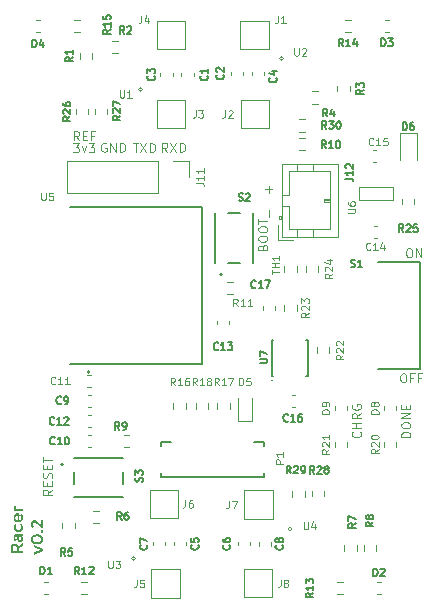
<source format=gbr>
%TF.GenerationSoftware,KiCad,Pcbnew,8.0.2*%
%TF.CreationDate,2024-08-19T18:08:16-05:00*%
%TF.ProjectId,tank,74616e6b-2e6b-4696-9361-645f70636258,rev?*%
%TF.SameCoordinates,Original*%
%TF.FileFunction,Legend,Top*%
%TF.FilePolarity,Positive*%
%FSLAX46Y46*%
G04 Gerber Fmt 4.6, Leading zero omitted, Abs format (unit mm)*
G04 Created by KiCad (PCBNEW 8.0.2) date 2024-08-19 18:08:16*
%MOMM*%
%LPD*%
G01*
G04 APERTURE LIST*
%ADD10C,0.101600*%
%ADD11C,0.150000*%
%ADD12C,0.127000*%
%ADD13C,0.125000*%
%ADD14C,0.200000*%
%ADD15C,0.120000*%
%ADD16C,0.050000*%
%ADD17C,0.100000*%
G04 APERTURE END LIST*
D10*
X201510613Y-106886261D02*
X201655756Y-106886261D01*
X201655756Y-106886261D02*
X201728327Y-106922547D01*
X201728327Y-106922547D02*
X201800899Y-106995118D01*
X201800899Y-106995118D02*
X201837184Y-107140261D01*
X201837184Y-107140261D02*
X201837184Y-107394261D01*
X201837184Y-107394261D02*
X201800899Y-107539404D01*
X201800899Y-107539404D02*
X201728327Y-107611976D01*
X201728327Y-107611976D02*
X201655756Y-107648261D01*
X201655756Y-107648261D02*
X201510613Y-107648261D01*
X201510613Y-107648261D02*
X201438042Y-107611976D01*
X201438042Y-107611976D02*
X201365470Y-107539404D01*
X201365470Y-107539404D02*
X201329184Y-107394261D01*
X201329184Y-107394261D02*
X201329184Y-107140261D01*
X201329184Y-107140261D02*
X201365470Y-106995118D01*
X201365470Y-106995118D02*
X201438042Y-106922547D01*
X201438042Y-106922547D02*
X201510613Y-106886261D01*
X202163756Y-107648261D02*
X202163756Y-106886261D01*
X202163756Y-106886261D02*
X202599185Y-107648261D01*
X202599185Y-107648261D02*
X202599185Y-106886261D01*
X201028013Y-117452661D02*
X201173156Y-117452661D01*
X201173156Y-117452661D02*
X201245727Y-117488947D01*
X201245727Y-117488947D02*
X201318299Y-117561518D01*
X201318299Y-117561518D02*
X201354584Y-117706661D01*
X201354584Y-117706661D02*
X201354584Y-117960661D01*
X201354584Y-117960661D02*
X201318299Y-118105804D01*
X201318299Y-118105804D02*
X201245727Y-118178376D01*
X201245727Y-118178376D02*
X201173156Y-118214661D01*
X201173156Y-118214661D02*
X201028013Y-118214661D01*
X201028013Y-118214661D02*
X200955442Y-118178376D01*
X200955442Y-118178376D02*
X200882870Y-118105804D01*
X200882870Y-118105804D02*
X200846584Y-117960661D01*
X200846584Y-117960661D02*
X200846584Y-117706661D01*
X200846584Y-117706661D02*
X200882870Y-117561518D01*
X200882870Y-117561518D02*
X200955442Y-117488947D01*
X200955442Y-117488947D02*
X201028013Y-117452661D01*
X201935156Y-117815518D02*
X201681156Y-117815518D01*
X201681156Y-118214661D02*
X201681156Y-117452661D01*
X201681156Y-117452661D02*
X202044013Y-117452661D01*
X202588299Y-117815518D02*
X202334299Y-117815518D01*
X202334299Y-118214661D02*
X202334299Y-117452661D01*
X202334299Y-117452661D02*
X202697156Y-117452661D01*
X173632299Y-97742261D02*
X173378299Y-97379404D01*
X173196870Y-97742261D02*
X173196870Y-96980261D01*
X173196870Y-96980261D02*
X173487156Y-96980261D01*
X173487156Y-96980261D02*
X173559727Y-97016547D01*
X173559727Y-97016547D02*
X173596013Y-97052833D01*
X173596013Y-97052833D02*
X173632299Y-97125404D01*
X173632299Y-97125404D02*
X173632299Y-97234261D01*
X173632299Y-97234261D02*
X173596013Y-97306833D01*
X173596013Y-97306833D02*
X173559727Y-97343118D01*
X173559727Y-97343118D02*
X173487156Y-97379404D01*
X173487156Y-97379404D02*
X173196870Y-97379404D01*
X173958870Y-97343118D02*
X174212870Y-97343118D01*
X174321727Y-97742261D02*
X173958870Y-97742261D01*
X173958870Y-97742261D02*
X173958870Y-96980261D01*
X173958870Y-96980261D02*
X174321727Y-96980261D01*
X174902299Y-97343118D02*
X174648299Y-97343118D01*
X174648299Y-97742261D02*
X174648299Y-96980261D01*
X174648299Y-96980261D02*
X175011156Y-96980261D01*
X201679061Y-122840129D02*
X200917061Y-122840129D01*
X200917061Y-122840129D02*
X200917061Y-122658700D01*
X200917061Y-122658700D02*
X200953347Y-122549843D01*
X200953347Y-122549843D02*
X201025918Y-122477272D01*
X201025918Y-122477272D02*
X201098490Y-122440986D01*
X201098490Y-122440986D02*
X201243633Y-122404700D01*
X201243633Y-122404700D02*
X201352490Y-122404700D01*
X201352490Y-122404700D02*
X201497633Y-122440986D01*
X201497633Y-122440986D02*
X201570204Y-122477272D01*
X201570204Y-122477272D02*
X201642776Y-122549843D01*
X201642776Y-122549843D02*
X201679061Y-122658700D01*
X201679061Y-122658700D02*
X201679061Y-122840129D01*
X200917061Y-121932986D02*
X200917061Y-121787843D01*
X200917061Y-121787843D02*
X200953347Y-121715272D01*
X200953347Y-121715272D02*
X201025918Y-121642700D01*
X201025918Y-121642700D02*
X201171061Y-121606415D01*
X201171061Y-121606415D02*
X201425061Y-121606415D01*
X201425061Y-121606415D02*
X201570204Y-121642700D01*
X201570204Y-121642700D02*
X201642776Y-121715272D01*
X201642776Y-121715272D02*
X201679061Y-121787843D01*
X201679061Y-121787843D02*
X201679061Y-121932986D01*
X201679061Y-121932986D02*
X201642776Y-122005558D01*
X201642776Y-122005558D02*
X201570204Y-122078129D01*
X201570204Y-122078129D02*
X201425061Y-122114415D01*
X201425061Y-122114415D02*
X201171061Y-122114415D01*
X201171061Y-122114415D02*
X201025918Y-122078129D01*
X201025918Y-122078129D02*
X200953347Y-122005558D01*
X200953347Y-122005558D02*
X200917061Y-121932986D01*
X201679061Y-121279843D02*
X200917061Y-121279843D01*
X200917061Y-121279843D02*
X201679061Y-120844414D01*
X201679061Y-120844414D02*
X200917061Y-120844414D01*
X201279918Y-120481557D02*
X201279918Y-120227557D01*
X201679061Y-120118700D02*
X201679061Y-120481557D01*
X201679061Y-120481557D02*
X200917061Y-120481557D01*
X200917061Y-120481557D02*
X200917061Y-120118700D01*
X197440890Y-122404700D02*
X197477176Y-122440986D01*
X197477176Y-122440986D02*
X197513461Y-122549843D01*
X197513461Y-122549843D02*
X197513461Y-122622415D01*
X197513461Y-122622415D02*
X197477176Y-122731272D01*
X197477176Y-122731272D02*
X197404604Y-122803843D01*
X197404604Y-122803843D02*
X197332033Y-122840129D01*
X197332033Y-122840129D02*
X197186890Y-122876415D01*
X197186890Y-122876415D02*
X197078033Y-122876415D01*
X197078033Y-122876415D02*
X196932890Y-122840129D01*
X196932890Y-122840129D02*
X196860318Y-122803843D01*
X196860318Y-122803843D02*
X196787747Y-122731272D01*
X196787747Y-122731272D02*
X196751461Y-122622415D01*
X196751461Y-122622415D02*
X196751461Y-122549843D01*
X196751461Y-122549843D02*
X196787747Y-122440986D01*
X196787747Y-122440986D02*
X196824033Y-122404700D01*
X197513461Y-122078129D02*
X196751461Y-122078129D01*
X197114318Y-122078129D02*
X197114318Y-121642700D01*
X197513461Y-121642700D02*
X196751461Y-121642700D01*
X197513461Y-120844414D02*
X197150604Y-121098414D01*
X197513461Y-121279843D02*
X196751461Y-121279843D01*
X196751461Y-121279843D02*
X196751461Y-120989557D01*
X196751461Y-120989557D02*
X196787747Y-120916986D01*
X196787747Y-120916986D02*
X196824033Y-120880700D01*
X196824033Y-120880700D02*
X196896604Y-120844414D01*
X196896604Y-120844414D02*
X197005461Y-120844414D01*
X197005461Y-120844414D02*
X197078033Y-120880700D01*
X197078033Y-120880700D02*
X197114318Y-120916986D01*
X197114318Y-120916986D02*
X197150604Y-120989557D01*
X197150604Y-120989557D02*
X197150604Y-121279843D01*
X196787747Y-120118700D02*
X196751461Y-120191272D01*
X196751461Y-120191272D02*
X196751461Y-120300129D01*
X196751461Y-120300129D02*
X196787747Y-120408986D01*
X196787747Y-120408986D02*
X196860318Y-120481557D01*
X196860318Y-120481557D02*
X196932890Y-120517843D01*
X196932890Y-120517843D02*
X197078033Y-120554129D01*
X197078033Y-120554129D02*
X197186890Y-120554129D01*
X197186890Y-120554129D02*
X197332033Y-120517843D01*
X197332033Y-120517843D02*
X197404604Y-120481557D01*
X197404604Y-120481557D02*
X197477176Y-120408986D01*
X197477176Y-120408986D02*
X197513461Y-120300129D01*
X197513461Y-120300129D02*
X197513461Y-120227557D01*
X197513461Y-120227557D02*
X197477176Y-120118700D01*
X197477176Y-120118700D02*
X197440890Y-120082414D01*
X197440890Y-120082414D02*
X197186890Y-120082414D01*
X197186890Y-120082414D02*
X197186890Y-120227557D01*
X173149699Y-97996261D02*
X173621413Y-97996261D01*
X173621413Y-97996261D02*
X173367413Y-98286547D01*
X173367413Y-98286547D02*
X173476270Y-98286547D01*
X173476270Y-98286547D02*
X173548842Y-98322833D01*
X173548842Y-98322833D02*
X173585127Y-98359118D01*
X173585127Y-98359118D02*
X173621413Y-98431690D01*
X173621413Y-98431690D02*
X173621413Y-98613118D01*
X173621413Y-98613118D02*
X173585127Y-98685690D01*
X173585127Y-98685690D02*
X173548842Y-98721976D01*
X173548842Y-98721976D02*
X173476270Y-98758261D01*
X173476270Y-98758261D02*
X173258556Y-98758261D01*
X173258556Y-98758261D02*
X173185984Y-98721976D01*
X173185984Y-98721976D02*
X173149699Y-98685690D01*
X173875413Y-98250261D02*
X174056841Y-98758261D01*
X174056841Y-98758261D02*
X174238270Y-98250261D01*
X174455984Y-97996261D02*
X174927698Y-97996261D01*
X174927698Y-97996261D02*
X174673698Y-98286547D01*
X174673698Y-98286547D02*
X174782555Y-98286547D01*
X174782555Y-98286547D02*
X174855127Y-98322833D01*
X174855127Y-98322833D02*
X174891412Y-98359118D01*
X174891412Y-98359118D02*
X174927698Y-98431690D01*
X174927698Y-98431690D02*
X174927698Y-98613118D01*
X174927698Y-98613118D02*
X174891412Y-98685690D01*
X174891412Y-98685690D02*
X174855127Y-98721976D01*
X174855127Y-98721976D02*
X174782555Y-98758261D01*
X174782555Y-98758261D02*
X174564841Y-98758261D01*
X174564841Y-98758261D02*
X174492269Y-98721976D01*
X174492269Y-98721976D02*
X174455984Y-98685690D01*
X189997729Y-101861824D02*
X189417158Y-101861824D01*
X189707443Y-101571538D02*
X189707443Y-102152109D01*
X189189518Y-106787329D02*
X189225804Y-106678472D01*
X189225804Y-106678472D02*
X189262090Y-106642186D01*
X189262090Y-106642186D02*
X189334661Y-106605900D01*
X189334661Y-106605900D02*
X189443518Y-106605900D01*
X189443518Y-106605900D02*
X189516090Y-106642186D01*
X189516090Y-106642186D02*
X189552376Y-106678472D01*
X189552376Y-106678472D02*
X189588661Y-106751043D01*
X189588661Y-106751043D02*
X189588661Y-107041329D01*
X189588661Y-107041329D02*
X188826661Y-107041329D01*
X188826661Y-107041329D02*
X188826661Y-106787329D01*
X188826661Y-106787329D02*
X188862947Y-106714758D01*
X188862947Y-106714758D02*
X188899233Y-106678472D01*
X188899233Y-106678472D02*
X188971804Y-106642186D01*
X188971804Y-106642186D02*
X189044376Y-106642186D01*
X189044376Y-106642186D02*
X189116947Y-106678472D01*
X189116947Y-106678472D02*
X189153233Y-106714758D01*
X189153233Y-106714758D02*
X189189518Y-106787329D01*
X189189518Y-106787329D02*
X189189518Y-107041329D01*
X188826661Y-106134186D02*
X188826661Y-105989043D01*
X188826661Y-105989043D02*
X188862947Y-105916472D01*
X188862947Y-105916472D02*
X188935518Y-105843900D01*
X188935518Y-105843900D02*
X189080661Y-105807615D01*
X189080661Y-105807615D02*
X189334661Y-105807615D01*
X189334661Y-105807615D02*
X189479804Y-105843900D01*
X189479804Y-105843900D02*
X189552376Y-105916472D01*
X189552376Y-105916472D02*
X189588661Y-105989043D01*
X189588661Y-105989043D02*
X189588661Y-106134186D01*
X189588661Y-106134186D02*
X189552376Y-106206758D01*
X189552376Y-106206758D02*
X189479804Y-106279329D01*
X189479804Y-106279329D02*
X189334661Y-106315615D01*
X189334661Y-106315615D02*
X189080661Y-106315615D01*
X189080661Y-106315615D02*
X188935518Y-106279329D01*
X188935518Y-106279329D02*
X188862947Y-106206758D01*
X188862947Y-106206758D02*
X188826661Y-106134186D01*
X188826661Y-105335900D02*
X188826661Y-105190757D01*
X188826661Y-105190757D02*
X188862947Y-105118186D01*
X188862947Y-105118186D02*
X188935518Y-105045614D01*
X188935518Y-105045614D02*
X189080661Y-105009329D01*
X189080661Y-105009329D02*
X189334661Y-105009329D01*
X189334661Y-105009329D02*
X189479804Y-105045614D01*
X189479804Y-105045614D02*
X189552376Y-105118186D01*
X189552376Y-105118186D02*
X189588661Y-105190757D01*
X189588661Y-105190757D02*
X189588661Y-105335900D01*
X189588661Y-105335900D02*
X189552376Y-105408472D01*
X189552376Y-105408472D02*
X189479804Y-105481043D01*
X189479804Y-105481043D02*
X189334661Y-105517329D01*
X189334661Y-105517329D02*
X189080661Y-105517329D01*
X189080661Y-105517329D02*
X188935518Y-105481043D01*
X188935518Y-105481043D02*
X188862947Y-105408472D01*
X188862947Y-105408472D02*
X188826661Y-105335900D01*
X188826661Y-104791614D02*
X188826661Y-104356186D01*
X189588661Y-104573900D02*
X188826661Y-104573900D01*
X175932813Y-97981747D02*
X175860242Y-97945461D01*
X175860242Y-97945461D02*
X175751384Y-97945461D01*
X175751384Y-97945461D02*
X175642527Y-97981747D01*
X175642527Y-97981747D02*
X175569956Y-98054318D01*
X175569956Y-98054318D02*
X175533670Y-98126890D01*
X175533670Y-98126890D02*
X175497384Y-98272033D01*
X175497384Y-98272033D02*
X175497384Y-98380890D01*
X175497384Y-98380890D02*
X175533670Y-98526033D01*
X175533670Y-98526033D02*
X175569956Y-98598604D01*
X175569956Y-98598604D02*
X175642527Y-98671176D01*
X175642527Y-98671176D02*
X175751384Y-98707461D01*
X175751384Y-98707461D02*
X175823956Y-98707461D01*
X175823956Y-98707461D02*
X175932813Y-98671176D01*
X175932813Y-98671176D02*
X175969099Y-98634890D01*
X175969099Y-98634890D02*
X175969099Y-98380890D01*
X175969099Y-98380890D02*
X175823956Y-98380890D01*
X176295670Y-98707461D02*
X176295670Y-97945461D01*
X176295670Y-97945461D02*
X176731099Y-98707461D01*
X176731099Y-98707461D02*
X176731099Y-97945461D01*
X177093956Y-98707461D02*
X177093956Y-97945461D01*
X177093956Y-97945461D02*
X177275385Y-97945461D01*
X177275385Y-97945461D02*
X177384242Y-97981747D01*
X177384242Y-97981747D02*
X177456813Y-98054318D01*
X177456813Y-98054318D02*
X177493099Y-98126890D01*
X177493099Y-98126890D02*
X177529385Y-98272033D01*
X177529385Y-98272033D02*
X177529385Y-98380890D01*
X177529385Y-98380890D02*
X177493099Y-98526033D01*
X177493099Y-98526033D02*
X177456813Y-98598604D01*
X177456813Y-98598604D02*
X177384242Y-98671176D01*
X177384242Y-98671176D02*
X177275385Y-98707461D01*
X177275385Y-98707461D02*
X177093956Y-98707461D01*
X171351461Y-127306900D02*
X170988604Y-127560900D01*
X171351461Y-127742329D02*
X170589461Y-127742329D01*
X170589461Y-127742329D02*
X170589461Y-127452043D01*
X170589461Y-127452043D02*
X170625747Y-127379472D01*
X170625747Y-127379472D02*
X170662033Y-127343186D01*
X170662033Y-127343186D02*
X170734604Y-127306900D01*
X170734604Y-127306900D02*
X170843461Y-127306900D01*
X170843461Y-127306900D02*
X170916033Y-127343186D01*
X170916033Y-127343186D02*
X170952318Y-127379472D01*
X170952318Y-127379472D02*
X170988604Y-127452043D01*
X170988604Y-127452043D02*
X170988604Y-127742329D01*
X170952318Y-126980329D02*
X170952318Y-126726329D01*
X171351461Y-126617472D02*
X171351461Y-126980329D01*
X171351461Y-126980329D02*
X170589461Y-126980329D01*
X170589461Y-126980329D02*
X170589461Y-126617472D01*
X171315176Y-126327186D02*
X171351461Y-126218329D01*
X171351461Y-126218329D02*
X171351461Y-126036900D01*
X171351461Y-126036900D02*
X171315176Y-125964329D01*
X171315176Y-125964329D02*
X171278890Y-125928043D01*
X171278890Y-125928043D02*
X171206318Y-125891757D01*
X171206318Y-125891757D02*
X171133747Y-125891757D01*
X171133747Y-125891757D02*
X171061176Y-125928043D01*
X171061176Y-125928043D02*
X171024890Y-125964329D01*
X171024890Y-125964329D02*
X170988604Y-126036900D01*
X170988604Y-126036900D02*
X170952318Y-126182043D01*
X170952318Y-126182043D02*
X170916033Y-126254614D01*
X170916033Y-126254614D02*
X170879747Y-126290900D01*
X170879747Y-126290900D02*
X170807176Y-126327186D01*
X170807176Y-126327186D02*
X170734604Y-126327186D01*
X170734604Y-126327186D02*
X170662033Y-126290900D01*
X170662033Y-126290900D02*
X170625747Y-126254614D01*
X170625747Y-126254614D02*
X170589461Y-126182043D01*
X170589461Y-126182043D02*
X170589461Y-126000614D01*
X170589461Y-126000614D02*
X170625747Y-125891757D01*
X170952318Y-125565186D02*
X170952318Y-125311186D01*
X171351461Y-125202329D02*
X171351461Y-125565186D01*
X171351461Y-125565186D02*
X170589461Y-125565186D01*
X170589461Y-125565186D02*
X170589461Y-125202329D01*
X170589461Y-124984614D02*
X170589461Y-124549186D01*
X171351461Y-124766900D02*
X170589461Y-124766900D01*
X181125299Y-98707461D02*
X180871299Y-98344604D01*
X180689870Y-98707461D02*
X180689870Y-97945461D01*
X180689870Y-97945461D02*
X180980156Y-97945461D01*
X180980156Y-97945461D02*
X181052727Y-97981747D01*
X181052727Y-97981747D02*
X181089013Y-98018033D01*
X181089013Y-98018033D02*
X181125299Y-98090604D01*
X181125299Y-98090604D02*
X181125299Y-98199461D01*
X181125299Y-98199461D02*
X181089013Y-98272033D01*
X181089013Y-98272033D02*
X181052727Y-98308318D01*
X181052727Y-98308318D02*
X180980156Y-98344604D01*
X180980156Y-98344604D02*
X180689870Y-98344604D01*
X181379299Y-97945461D02*
X181887299Y-98707461D01*
X181887299Y-97945461D02*
X181379299Y-98707461D01*
X182177584Y-98707461D02*
X182177584Y-97945461D01*
X182177584Y-97945461D02*
X182359013Y-97945461D01*
X182359013Y-97945461D02*
X182467870Y-97981747D01*
X182467870Y-97981747D02*
X182540441Y-98054318D01*
X182540441Y-98054318D02*
X182576727Y-98126890D01*
X182576727Y-98126890D02*
X182613013Y-98272033D01*
X182613013Y-98272033D02*
X182613013Y-98380890D01*
X182613013Y-98380890D02*
X182576727Y-98526033D01*
X182576727Y-98526033D02*
X182540441Y-98598604D01*
X182540441Y-98598604D02*
X182467870Y-98671176D01*
X182467870Y-98671176D02*
X182359013Y-98707461D01*
X182359013Y-98707461D02*
X182177584Y-98707461D01*
G36*
X168884600Y-132045347D02*
G01*
X168548603Y-132284068D01*
X168548603Y-132493507D01*
X168884600Y-132493507D01*
X168884600Y-132677883D01*
X167869663Y-132677883D01*
X167869663Y-132298461D01*
X167869916Y-132287046D01*
X168038406Y-132287046D01*
X168038406Y-132493507D01*
X168379861Y-132493507D01*
X168379861Y-132291264D01*
X168377842Y-132234391D01*
X168370592Y-132180065D01*
X168356131Y-132132556D01*
X168337675Y-132102422D01*
X168294881Y-132070609D01*
X168245363Y-132056359D01*
X168201689Y-132053288D01*
X168148724Y-132058183D01*
X168100521Y-132076980D01*
X168073147Y-132103414D01*
X168051976Y-132152734D01*
X168042511Y-132205113D01*
X168038948Y-132254972D01*
X168038406Y-132287046D01*
X167869916Y-132287046D01*
X167870900Y-132242615D01*
X167874611Y-132190841D01*
X167882728Y-132131848D01*
X167894710Y-132079217D01*
X167914191Y-132024456D01*
X167939237Y-131978855D01*
X167948823Y-131965691D01*
X167987992Y-131926240D01*
X168036232Y-131896480D01*
X168084802Y-131878683D01*
X168140037Y-131868005D01*
X168191157Y-131864544D01*
X168201937Y-131864445D01*
X168262300Y-131867741D01*
X168316707Y-131877628D01*
X168365158Y-131894107D01*
X168417347Y-131923975D01*
X168460231Y-131964142D01*
X168493809Y-132014608D01*
X168513971Y-132062396D01*
X168518081Y-132075373D01*
X168884600Y-131811341D01*
X168884600Y-132045347D01*
G37*
G36*
X168884600Y-131209079D02*
G01*
X168797002Y-131209079D01*
X168835582Y-131249140D01*
X168864686Y-131296800D01*
X168882091Y-131343701D01*
X168892534Y-131396185D01*
X168896014Y-131454252D01*
X168892701Y-131505478D01*
X168880802Y-131559195D01*
X168860248Y-131607763D01*
X168831040Y-131651181D01*
X168826780Y-131656247D01*
X168789232Y-131691422D01*
X168745821Y-131716547D01*
X168696548Y-131731622D01*
X168641412Y-131736648D01*
X168586896Y-131731297D01*
X168539732Y-131715245D01*
X168495460Y-131684394D01*
X168467458Y-131651036D01*
X168442271Y-131604569D01*
X168424280Y-131550783D01*
X168414441Y-131497714D01*
X168410393Y-131447766D01*
X168409887Y-131421248D01*
X168409887Y-131395688D01*
X168537188Y-131395688D01*
X168540730Y-131451770D01*
X168553816Y-131502533D01*
X168584808Y-131544593D01*
X168637938Y-131560709D01*
X168688389Y-131547989D01*
X168717098Y-131520508D01*
X168737570Y-131471933D01*
X168744154Y-131420131D01*
X168744394Y-131406607D01*
X168738636Y-131353867D01*
X168721363Y-131306571D01*
X168703449Y-131278065D01*
X168665595Y-131242718D01*
X168618566Y-131225391D01*
X168593767Y-131223472D01*
X168537188Y-131223472D01*
X168537188Y-131395688D01*
X168409887Y-131395688D01*
X168409887Y-131221983D01*
X168389291Y-131221983D01*
X168333306Y-131229678D01*
X168286161Y-131257315D01*
X168256977Y-131305053D01*
X168246874Y-131354048D01*
X168245611Y-131382785D01*
X168250621Y-131435377D01*
X168265650Y-131489924D01*
X168287018Y-131539255D01*
X168311440Y-131582730D01*
X168325764Y-131604879D01*
X168213352Y-131685280D01*
X168179824Y-131638603D01*
X168151978Y-131590387D01*
X168129815Y-131540632D01*
X168113335Y-131489338D01*
X168102538Y-131436506D01*
X168097424Y-131382134D01*
X168096969Y-131359955D01*
X168099429Y-131310239D01*
X168108518Y-131256648D01*
X168124304Y-131207807D01*
X168150546Y-131157805D01*
X168166948Y-131135130D01*
X168206900Y-131096806D01*
X168256778Y-131069432D01*
X168308564Y-131054462D01*
X168359001Y-131048303D01*
X168386313Y-131047533D01*
X168884600Y-131047533D01*
X168884600Y-131209079D01*
G37*
G36*
X168896014Y-130499368D02*
G01*
X168892141Y-130558462D01*
X168880521Y-130614397D01*
X168861153Y-130667175D01*
X168834039Y-130716795D01*
X168799177Y-130763256D01*
X168785836Y-130778041D01*
X168742145Y-130817677D01*
X168693710Y-130849113D01*
X168640528Y-130872348D01*
X168592584Y-130885446D01*
X168541345Y-130892850D01*
X168497981Y-130894672D01*
X168444003Y-130891697D01*
X168393273Y-130882773D01*
X168345790Y-130867900D01*
X168293096Y-130842199D01*
X168245079Y-130807931D01*
X168208637Y-130772830D01*
X168176467Y-130733470D01*
X168149750Y-130691541D01*
X168124886Y-130637836D01*
X168110164Y-130590256D01*
X168100895Y-130540107D01*
X168097078Y-130487390D01*
X168096969Y-130476538D01*
X168100047Y-130423132D01*
X168109280Y-130372102D01*
X168124668Y-130323446D01*
X168146211Y-130277164D01*
X168173910Y-130233258D01*
X168207764Y-130191727D01*
X168223030Y-130175779D01*
X168350579Y-130279755D01*
X168315867Y-130324343D01*
X168289680Y-130368433D01*
X168270193Y-130418210D01*
X168261841Y-130467336D01*
X168261493Y-130479516D01*
X168266577Y-130532052D01*
X168281829Y-130580505D01*
X168307248Y-130624876D01*
X168325764Y-130647762D01*
X168364761Y-130682069D01*
X168409724Y-130705149D01*
X168460655Y-130717001D01*
X168491529Y-130718733D01*
X168546305Y-130713159D01*
X168596174Y-130696435D01*
X168641135Y-130668561D01*
X168663993Y-130648258D01*
X168698061Y-130605925D01*
X168720979Y-130558488D01*
X168732748Y-130505947D01*
X168734468Y-130474553D01*
X168728156Y-130423263D01*
X168709219Y-130372625D01*
X168682293Y-130328851D01*
X168645701Y-130285575D01*
X168633471Y-130273303D01*
X168748365Y-130168335D01*
X168782970Y-130205534D01*
X168819738Y-130253713D01*
X168849297Y-130303757D01*
X168871646Y-130355668D01*
X168886786Y-130409444D01*
X168894717Y-130465087D01*
X168896014Y-130499368D01*
G37*
G36*
X168574411Y-129897851D02*
G01*
X168624382Y-129885369D01*
X168668212Y-129855370D01*
X168694020Y-129825639D01*
X168719799Y-129781490D01*
X168736031Y-129733416D01*
X168742714Y-129681416D01*
X168742905Y-129670545D01*
X168739590Y-129620495D01*
X168727343Y-129567550D01*
X168706071Y-129520471D01*
X168675774Y-129479259D01*
X168648608Y-129453413D01*
X168761020Y-129350926D01*
X168799910Y-129393359D01*
X168832209Y-129439233D01*
X168857916Y-129488548D01*
X168877031Y-129541305D01*
X168889555Y-129597502D01*
X168895487Y-129657140D01*
X168896014Y-129681959D01*
X168893361Y-129731798D01*
X168883171Y-129788469D01*
X168865339Y-129841721D01*
X168839865Y-129891553D01*
X168806749Y-129937965D01*
X168787324Y-129959888D01*
X168743957Y-129998766D01*
X168695373Y-130029599D01*
X168641572Y-130052389D01*
X168592752Y-130065237D01*
X168540310Y-130072498D01*
X168495747Y-130074286D01*
X168440425Y-130071438D01*
X168388761Y-130062896D01*
X168340757Y-130048659D01*
X168287983Y-130024057D01*
X168240477Y-129991255D01*
X168204915Y-129957655D01*
X168168230Y-129912461D01*
X168139135Y-129864354D01*
X168117631Y-129813333D01*
X168103716Y-129759398D01*
X168097391Y-129702549D01*
X168096969Y-129682952D01*
X168097230Y-129678485D01*
X168250078Y-129678485D01*
X168255119Y-129729962D01*
X168270240Y-129777998D01*
X168295443Y-129822592D01*
X168301693Y-129831098D01*
X168336667Y-129866561D01*
X168381408Y-129890400D01*
X168432717Y-129898347D01*
X168432717Y-129478228D01*
X168379017Y-129485031D01*
X168333586Y-129505439D01*
X168299460Y-129535799D01*
X168271345Y-129578634D01*
X168254901Y-129627978D01*
X168250078Y-129678485D01*
X168097230Y-129678485D01*
X168100337Y-129625240D01*
X168110439Y-129570842D01*
X168127276Y-129519760D01*
X168150849Y-129471993D01*
X168181156Y-129427541D01*
X168192755Y-129413460D01*
X168231138Y-129375679D01*
X168274633Y-129345715D01*
X168323241Y-129323568D01*
X168376961Y-129309237D01*
X168435793Y-129302723D01*
X168456539Y-129302289D01*
X168574411Y-129302289D01*
X168574411Y-129897851D01*
G37*
G36*
X168274149Y-128740476D02*
G01*
X168278817Y-128794262D01*
X168295229Y-128846319D01*
X168323458Y-128889424D01*
X168348842Y-128913188D01*
X168395018Y-128941258D01*
X168443051Y-128958497D01*
X168497660Y-128968477D01*
X168550837Y-128971256D01*
X168884600Y-128971256D01*
X168884600Y-129147195D01*
X168108384Y-129147195D01*
X168108384Y-128971256D01*
X168237671Y-128971256D01*
X168197650Y-128941570D01*
X168162894Y-128902742D01*
X168145358Y-128878696D01*
X168120350Y-128834314D01*
X168104259Y-128786783D01*
X168097085Y-128736101D01*
X168096721Y-128725587D01*
X168274149Y-128724098D01*
X168274149Y-128740476D01*
G37*
G36*
X170591480Y-132496733D02*
G01*
X169815264Y-132808907D01*
X169815264Y-132626020D01*
X170376333Y-132399954D01*
X169815264Y-132173889D01*
X169815264Y-131990754D01*
X170591480Y-132302927D01*
X170591480Y-132496733D01*
G37*
G36*
X170135638Y-131090343D02*
G01*
X170190763Y-131095193D01*
X170242932Y-131103278D01*
X170292148Y-131114596D01*
X170349512Y-131133291D01*
X170402260Y-131157038D01*
X170450391Y-131185838D01*
X170459463Y-131192205D01*
X170500784Y-131227105D01*
X170535101Y-131267130D01*
X170562414Y-131312280D01*
X170582724Y-131362556D01*
X170596031Y-131417958D01*
X170602334Y-131478484D01*
X170602894Y-131504130D01*
X170600653Y-131554544D01*
X170591549Y-131612958D01*
X170575441Y-131666260D01*
X170552329Y-131714448D01*
X170522214Y-131757523D01*
X170485096Y-131795485D01*
X170459463Y-131815808D01*
X170412255Y-131845618D01*
X170360431Y-131870377D01*
X170303990Y-131890082D01*
X170255513Y-131902208D01*
X170204082Y-131911101D01*
X170149696Y-131916760D01*
X170092356Y-131919185D01*
X170077559Y-131919286D01*
X170019484Y-131917670D01*
X169964372Y-131912819D01*
X169912221Y-131904735D01*
X169863033Y-131893417D01*
X169805714Y-131874722D01*
X169753023Y-131850974D01*
X169704961Y-131822174D01*
X169695904Y-131815808D01*
X169654512Y-131780914D01*
X169620135Y-131740907D01*
X169592774Y-131695786D01*
X169572429Y-131645553D01*
X169559100Y-131590206D01*
X169552785Y-131529746D01*
X169552224Y-131504130D01*
X169712530Y-131504130D01*
X169717315Y-131554082D01*
X169734503Y-131603755D01*
X169764192Y-131645518D01*
X169806382Y-131679371D01*
X169812534Y-131683047D01*
X169859398Y-131705479D01*
X169912483Y-131722402D01*
X169962937Y-131732522D01*
X170017962Y-131738594D01*
X170077559Y-131740618D01*
X170127541Y-131739212D01*
X170183328Y-131733815D01*
X170234544Y-131724370D01*
X170288518Y-131708234D01*
X170336271Y-131686589D01*
X170342584Y-131683047D01*
X170386336Y-131650182D01*
X170417588Y-131609408D01*
X170436339Y-131560724D01*
X170442589Y-131504130D01*
X170437851Y-131454249D01*
X170420833Y-131404832D01*
X170391439Y-131363511D01*
X170349668Y-131330286D01*
X170343577Y-131326703D01*
X170296921Y-131304754D01*
X170243805Y-131288196D01*
X170193136Y-131278294D01*
X170137720Y-131272353D01*
X170087916Y-131270427D01*
X170077559Y-131270372D01*
X170027102Y-131271748D01*
X169970919Y-131277028D01*
X169919499Y-131286270D01*
X169865530Y-131302058D01*
X169818044Y-131323237D01*
X169811790Y-131326703D01*
X169768364Y-131358916D01*
X169737345Y-131399225D01*
X169718733Y-131447629D01*
X169712530Y-131504130D01*
X169552224Y-131504130D01*
X169554469Y-131453659D01*
X169563589Y-131395182D01*
X169579725Y-131341831D01*
X169602877Y-131293605D01*
X169633044Y-131250505D01*
X169670226Y-131212530D01*
X169695904Y-131192205D01*
X169743040Y-131162394D01*
X169794805Y-131137636D01*
X169851199Y-131117930D01*
X169899646Y-131105804D01*
X169951056Y-131096911D01*
X170005428Y-131091252D01*
X170062763Y-131088827D01*
X170077559Y-131088726D01*
X170135638Y-131090343D01*
G37*
G36*
X170569146Y-130913532D02*
G01*
X170526860Y-130940218D01*
X170488001Y-130946536D01*
X170439033Y-130936093D01*
X170407352Y-130913532D01*
X170380464Y-130871647D01*
X170374099Y-130832883D01*
X170384621Y-130783679D01*
X170407352Y-130751489D01*
X170449114Y-130724200D01*
X170488001Y-130717741D01*
X170537004Y-130728419D01*
X170569146Y-130751489D01*
X170596435Y-130793853D01*
X170602894Y-130832883D01*
X170592216Y-130881728D01*
X170569146Y-130913532D01*
G37*
G36*
X170130415Y-130254691D02*
G01*
X170093580Y-130218809D01*
X170054640Y-130182218D01*
X170015459Y-130147348D01*
X169974466Y-130114187D01*
X169970855Y-130111508D01*
X169927897Y-130085953D01*
X169877869Y-130071045D01*
X169856457Y-130069571D01*
X169806712Y-130079113D01*
X169764491Y-130107739D01*
X169759430Y-130112997D01*
X169732119Y-130155338D01*
X169720102Y-130206798D01*
X169719478Y-130223176D01*
X169725629Y-130273385D01*
X169744082Y-130320221D01*
X169774836Y-130363684D01*
X169810989Y-130398255D01*
X169848020Y-130425171D01*
X169761415Y-130574806D01*
X169717295Y-130543088D01*
X169678518Y-130510467D01*
X169640745Y-130472081D01*
X169609951Y-130432517D01*
X169603343Y-130422441D01*
X169578632Y-130373126D01*
X169563456Y-130323128D01*
X169554670Y-130267329D01*
X169552224Y-130213746D01*
X169556119Y-130159319D01*
X169567803Y-130107861D01*
X169587277Y-130059371D01*
X169614541Y-130013849D01*
X169633618Y-129989170D01*
X169672077Y-129951364D01*
X169716236Y-129922843D01*
X169766095Y-129903608D01*
X169821654Y-129893659D01*
X169855961Y-129892143D01*
X169909616Y-129896981D01*
X169961394Y-129911496D01*
X170006836Y-129933088D01*
X170050018Y-129961299D01*
X170093642Y-129995308D01*
X170135859Y-130031961D01*
X170175051Y-130068500D01*
X170188731Y-130081730D01*
X170414052Y-130303081D01*
X170414052Y-129860876D01*
X170591480Y-129860876D01*
X170591480Y-130559917D01*
X170437378Y-130559917D01*
X170130415Y-130254691D01*
G37*
X189720424Y-103626270D02*
X189720424Y-104206842D01*
X178218813Y-97970861D02*
X178654242Y-97970861D01*
X178436527Y-98732861D02*
X178436527Y-97970861D01*
X178835670Y-97970861D02*
X179343670Y-98732861D01*
X179343670Y-97970861D02*
X178835670Y-98732861D01*
X179633955Y-98732861D02*
X179633955Y-97970861D01*
X179633955Y-97970861D02*
X179815384Y-97970861D01*
X179815384Y-97970861D02*
X179924241Y-98007147D01*
X179924241Y-98007147D02*
X179996812Y-98079718D01*
X179996812Y-98079718D02*
X180033098Y-98152290D01*
X180033098Y-98152290D02*
X180069384Y-98297433D01*
X180069384Y-98297433D02*
X180069384Y-98406290D01*
X180069384Y-98406290D02*
X180033098Y-98551433D01*
X180033098Y-98551433D02*
X179996812Y-98624004D01*
X179996812Y-98624004D02*
X179924241Y-98696576D01*
X179924241Y-98696576D02*
X179815384Y-98732861D01*
X179815384Y-98732861D02*
X179633955Y-98732861D01*
D11*
X178995525Y-126645609D02*
X179025763Y-126554895D01*
X179025763Y-126554895D02*
X179025763Y-126403704D01*
X179025763Y-126403704D02*
X178995525Y-126343228D01*
X178995525Y-126343228D02*
X178965286Y-126312990D01*
X178965286Y-126312990D02*
X178904810Y-126282752D01*
X178904810Y-126282752D02*
X178844334Y-126282752D01*
X178844334Y-126282752D02*
X178783858Y-126312990D01*
X178783858Y-126312990D02*
X178753620Y-126343228D01*
X178753620Y-126343228D02*
X178723382Y-126403704D01*
X178723382Y-126403704D02*
X178693144Y-126524657D01*
X178693144Y-126524657D02*
X178662905Y-126585133D01*
X178662905Y-126585133D02*
X178632667Y-126615371D01*
X178632667Y-126615371D02*
X178572191Y-126645609D01*
X178572191Y-126645609D02*
X178511715Y-126645609D01*
X178511715Y-126645609D02*
X178451239Y-126615371D01*
X178451239Y-126615371D02*
X178421001Y-126585133D01*
X178421001Y-126585133D02*
X178390763Y-126524657D01*
X178390763Y-126524657D02*
X178390763Y-126373466D01*
X178390763Y-126373466D02*
X178421001Y-126282752D01*
X178390763Y-126071085D02*
X178390763Y-125677990D01*
X178390763Y-125677990D02*
X178632667Y-125889657D01*
X178632667Y-125889657D02*
X178632667Y-125798942D01*
X178632667Y-125798942D02*
X178662905Y-125738466D01*
X178662905Y-125738466D02*
X178693144Y-125708228D01*
X178693144Y-125708228D02*
X178753620Y-125677990D01*
X178753620Y-125677990D02*
X178904810Y-125677990D01*
X178904810Y-125677990D02*
X178965286Y-125708228D01*
X178965286Y-125708228D02*
X178995525Y-125738466D01*
X178995525Y-125738466D02*
X179025763Y-125798942D01*
X179025763Y-125798942D02*
X179025763Y-125980371D01*
X179025763Y-125980371D02*
X178995525Y-126040847D01*
X178995525Y-126040847D02*
X178965286Y-126071085D01*
X187145990Y-102820925D02*
X187236704Y-102851163D01*
X187236704Y-102851163D02*
X187387895Y-102851163D01*
X187387895Y-102851163D02*
X187448371Y-102820925D01*
X187448371Y-102820925D02*
X187478609Y-102790686D01*
X187478609Y-102790686D02*
X187508847Y-102730210D01*
X187508847Y-102730210D02*
X187508847Y-102669734D01*
X187508847Y-102669734D02*
X187478609Y-102609258D01*
X187478609Y-102609258D02*
X187448371Y-102579020D01*
X187448371Y-102579020D02*
X187387895Y-102548782D01*
X187387895Y-102548782D02*
X187266942Y-102518544D01*
X187266942Y-102518544D02*
X187206466Y-102488305D01*
X187206466Y-102488305D02*
X187176228Y-102458067D01*
X187176228Y-102458067D02*
X187145990Y-102397591D01*
X187145990Y-102397591D02*
X187145990Y-102337115D01*
X187145990Y-102337115D02*
X187176228Y-102276639D01*
X187176228Y-102276639D02*
X187206466Y-102246401D01*
X187206466Y-102246401D02*
X187266942Y-102216163D01*
X187266942Y-102216163D02*
X187418133Y-102216163D01*
X187418133Y-102216163D02*
X187508847Y-102246401D01*
X187750752Y-102276639D02*
X187780990Y-102246401D01*
X187780990Y-102246401D02*
X187841466Y-102216163D01*
X187841466Y-102216163D02*
X187992657Y-102216163D01*
X187992657Y-102216163D02*
X188053133Y-102246401D01*
X188053133Y-102246401D02*
X188083371Y-102276639D01*
X188083371Y-102276639D02*
X188113609Y-102337115D01*
X188113609Y-102337115D02*
X188113609Y-102397591D01*
X188113609Y-102397591D02*
X188083371Y-102488305D01*
X188083371Y-102488305D02*
X187720514Y-102851163D01*
X187720514Y-102851163D02*
X188113609Y-102851163D01*
X194587585Y-96755163D02*
X194375918Y-96452782D01*
X194224728Y-96755163D02*
X194224728Y-96120163D01*
X194224728Y-96120163D02*
X194466633Y-96120163D01*
X194466633Y-96120163D02*
X194527109Y-96150401D01*
X194527109Y-96150401D02*
X194557347Y-96180639D01*
X194557347Y-96180639D02*
X194587585Y-96241115D01*
X194587585Y-96241115D02*
X194587585Y-96331829D01*
X194587585Y-96331829D02*
X194557347Y-96392305D01*
X194557347Y-96392305D02*
X194527109Y-96422544D01*
X194527109Y-96422544D02*
X194466633Y-96452782D01*
X194466633Y-96452782D02*
X194224728Y-96452782D01*
X194799252Y-96120163D02*
X195192347Y-96120163D01*
X195192347Y-96120163D02*
X194980680Y-96362067D01*
X194980680Y-96362067D02*
X195071395Y-96362067D01*
X195071395Y-96362067D02*
X195131871Y-96392305D01*
X195131871Y-96392305D02*
X195162109Y-96422544D01*
X195162109Y-96422544D02*
X195192347Y-96483020D01*
X195192347Y-96483020D02*
X195192347Y-96634210D01*
X195192347Y-96634210D02*
X195162109Y-96694686D01*
X195162109Y-96694686D02*
X195131871Y-96724925D01*
X195131871Y-96724925D02*
X195071395Y-96755163D01*
X195071395Y-96755163D02*
X194889966Y-96755163D01*
X194889966Y-96755163D02*
X194829490Y-96724925D01*
X194829490Y-96724925D02*
X194799252Y-96694686D01*
X195585442Y-96120163D02*
X195645919Y-96120163D01*
X195645919Y-96120163D02*
X195706395Y-96150401D01*
X195706395Y-96150401D02*
X195736633Y-96180639D01*
X195736633Y-96180639D02*
X195766871Y-96241115D01*
X195766871Y-96241115D02*
X195797109Y-96362067D01*
X195797109Y-96362067D02*
X195797109Y-96513258D01*
X195797109Y-96513258D02*
X195766871Y-96634210D01*
X195766871Y-96634210D02*
X195736633Y-96694686D01*
X195736633Y-96694686D02*
X195706395Y-96724925D01*
X195706395Y-96724925D02*
X195645919Y-96755163D01*
X195645919Y-96755163D02*
X195585442Y-96755163D01*
X195585442Y-96755163D02*
X195524966Y-96724925D01*
X195524966Y-96724925D02*
X195494728Y-96694686D01*
X195494728Y-96694686D02*
X195464490Y-96634210D01*
X195464490Y-96634210D02*
X195434252Y-96513258D01*
X195434252Y-96513258D02*
X195434252Y-96362067D01*
X195434252Y-96362067D02*
X195464490Y-96241115D01*
X195464490Y-96241115D02*
X195494728Y-96180639D01*
X195494728Y-96180639D02*
X195524966Y-96150401D01*
X195524966Y-96150401D02*
X195585442Y-96120163D01*
X191564985Y-125939763D02*
X191353318Y-125637382D01*
X191202128Y-125939763D02*
X191202128Y-125304763D01*
X191202128Y-125304763D02*
X191444033Y-125304763D01*
X191444033Y-125304763D02*
X191504509Y-125335001D01*
X191504509Y-125335001D02*
X191534747Y-125365239D01*
X191534747Y-125365239D02*
X191564985Y-125425715D01*
X191564985Y-125425715D02*
X191564985Y-125516429D01*
X191564985Y-125516429D02*
X191534747Y-125576905D01*
X191534747Y-125576905D02*
X191504509Y-125607144D01*
X191504509Y-125607144D02*
X191444033Y-125637382D01*
X191444033Y-125637382D02*
X191202128Y-125637382D01*
X191806890Y-125365239D02*
X191837128Y-125335001D01*
X191837128Y-125335001D02*
X191897604Y-125304763D01*
X191897604Y-125304763D02*
X192048795Y-125304763D01*
X192048795Y-125304763D02*
X192109271Y-125335001D01*
X192109271Y-125335001D02*
X192139509Y-125365239D01*
X192139509Y-125365239D02*
X192169747Y-125425715D01*
X192169747Y-125425715D02*
X192169747Y-125486191D01*
X192169747Y-125486191D02*
X192139509Y-125576905D01*
X192139509Y-125576905D02*
X191776652Y-125939763D01*
X191776652Y-125939763D02*
X192169747Y-125939763D01*
X192472128Y-125939763D02*
X192593080Y-125939763D01*
X192593080Y-125939763D02*
X192653557Y-125909525D01*
X192653557Y-125909525D02*
X192683795Y-125879286D01*
X192683795Y-125879286D02*
X192744271Y-125788572D01*
X192744271Y-125788572D02*
X192774509Y-125667620D01*
X192774509Y-125667620D02*
X192774509Y-125425715D01*
X192774509Y-125425715D02*
X192744271Y-125365239D01*
X192744271Y-125365239D02*
X192714033Y-125335001D01*
X192714033Y-125335001D02*
X192653557Y-125304763D01*
X192653557Y-125304763D02*
X192532604Y-125304763D01*
X192532604Y-125304763D02*
X192472128Y-125335001D01*
X192472128Y-125335001D02*
X192441890Y-125365239D01*
X192441890Y-125365239D02*
X192411652Y-125425715D01*
X192411652Y-125425715D02*
X192411652Y-125576905D01*
X192411652Y-125576905D02*
X192441890Y-125637382D01*
X192441890Y-125637382D02*
X192472128Y-125667620D01*
X192472128Y-125667620D02*
X192532604Y-125697858D01*
X192532604Y-125697858D02*
X192653557Y-125697858D01*
X192653557Y-125697858D02*
X192714033Y-125667620D01*
X192714033Y-125667620D02*
X192744271Y-125637382D01*
X192744271Y-125637382D02*
X192774509Y-125576905D01*
X193571585Y-125965163D02*
X193359918Y-125662782D01*
X193208728Y-125965163D02*
X193208728Y-125330163D01*
X193208728Y-125330163D02*
X193450633Y-125330163D01*
X193450633Y-125330163D02*
X193511109Y-125360401D01*
X193511109Y-125360401D02*
X193541347Y-125390639D01*
X193541347Y-125390639D02*
X193571585Y-125451115D01*
X193571585Y-125451115D02*
X193571585Y-125541829D01*
X193571585Y-125541829D02*
X193541347Y-125602305D01*
X193541347Y-125602305D02*
X193511109Y-125632544D01*
X193511109Y-125632544D02*
X193450633Y-125662782D01*
X193450633Y-125662782D02*
X193208728Y-125662782D01*
X193813490Y-125390639D02*
X193843728Y-125360401D01*
X193843728Y-125360401D02*
X193904204Y-125330163D01*
X193904204Y-125330163D02*
X194055395Y-125330163D01*
X194055395Y-125330163D02*
X194115871Y-125360401D01*
X194115871Y-125360401D02*
X194146109Y-125390639D01*
X194146109Y-125390639D02*
X194176347Y-125451115D01*
X194176347Y-125451115D02*
X194176347Y-125511591D01*
X194176347Y-125511591D02*
X194146109Y-125602305D01*
X194146109Y-125602305D02*
X193783252Y-125965163D01*
X193783252Y-125965163D02*
X194176347Y-125965163D01*
X194539204Y-125602305D02*
X194478728Y-125572067D01*
X194478728Y-125572067D02*
X194448490Y-125541829D01*
X194448490Y-125541829D02*
X194418252Y-125481353D01*
X194418252Y-125481353D02*
X194418252Y-125451115D01*
X194418252Y-125451115D02*
X194448490Y-125390639D01*
X194448490Y-125390639D02*
X194478728Y-125360401D01*
X194478728Y-125360401D02*
X194539204Y-125330163D01*
X194539204Y-125330163D02*
X194660157Y-125330163D01*
X194660157Y-125330163D02*
X194720633Y-125360401D01*
X194720633Y-125360401D02*
X194750871Y-125390639D01*
X194750871Y-125390639D02*
X194781109Y-125451115D01*
X194781109Y-125451115D02*
X194781109Y-125481353D01*
X194781109Y-125481353D02*
X194750871Y-125541829D01*
X194750871Y-125541829D02*
X194720633Y-125572067D01*
X194720633Y-125572067D02*
X194660157Y-125602305D01*
X194660157Y-125602305D02*
X194539204Y-125602305D01*
X194539204Y-125602305D02*
X194478728Y-125632544D01*
X194478728Y-125632544D02*
X194448490Y-125662782D01*
X194448490Y-125662782D02*
X194418252Y-125723258D01*
X194418252Y-125723258D02*
X194418252Y-125844210D01*
X194418252Y-125844210D02*
X194448490Y-125904686D01*
X194448490Y-125904686D02*
X194478728Y-125934925D01*
X194478728Y-125934925D02*
X194539204Y-125965163D01*
X194539204Y-125965163D02*
X194660157Y-125965163D01*
X194660157Y-125965163D02*
X194720633Y-125934925D01*
X194720633Y-125934925D02*
X194750871Y-125904686D01*
X194750871Y-125904686D02*
X194781109Y-125844210D01*
X194781109Y-125844210D02*
X194781109Y-125723258D01*
X194781109Y-125723258D02*
X194750871Y-125662782D01*
X194750871Y-125662782D02*
X194720633Y-125632544D01*
X194720633Y-125632544D02*
X194660157Y-125602305D01*
X177120763Y-95632814D02*
X176818382Y-95844481D01*
X177120763Y-95995671D02*
X176485763Y-95995671D01*
X176485763Y-95995671D02*
X176485763Y-95753766D01*
X176485763Y-95753766D02*
X176516001Y-95693290D01*
X176516001Y-95693290D02*
X176546239Y-95663052D01*
X176546239Y-95663052D02*
X176606715Y-95632814D01*
X176606715Y-95632814D02*
X176697429Y-95632814D01*
X176697429Y-95632814D02*
X176757905Y-95663052D01*
X176757905Y-95663052D02*
X176788144Y-95693290D01*
X176788144Y-95693290D02*
X176818382Y-95753766D01*
X176818382Y-95753766D02*
X176818382Y-95995671D01*
X176546239Y-95390909D02*
X176516001Y-95360671D01*
X176516001Y-95360671D02*
X176485763Y-95300195D01*
X176485763Y-95300195D02*
X176485763Y-95149004D01*
X176485763Y-95149004D02*
X176516001Y-95088528D01*
X176516001Y-95088528D02*
X176546239Y-95058290D01*
X176546239Y-95058290D02*
X176606715Y-95028052D01*
X176606715Y-95028052D02*
X176667191Y-95028052D01*
X176667191Y-95028052D02*
X176757905Y-95058290D01*
X176757905Y-95058290D02*
X177120763Y-95421147D01*
X177120763Y-95421147D02*
X177120763Y-95028052D01*
X176485763Y-94816385D02*
X176485763Y-94393052D01*
X176485763Y-94393052D02*
X177120763Y-94665195D01*
X172904363Y-95709014D02*
X172601982Y-95920681D01*
X172904363Y-96071871D02*
X172269363Y-96071871D01*
X172269363Y-96071871D02*
X172269363Y-95829966D01*
X172269363Y-95829966D02*
X172299601Y-95769490D01*
X172299601Y-95769490D02*
X172329839Y-95739252D01*
X172329839Y-95739252D02*
X172390315Y-95709014D01*
X172390315Y-95709014D02*
X172481029Y-95709014D01*
X172481029Y-95709014D02*
X172541505Y-95739252D01*
X172541505Y-95739252D02*
X172571744Y-95769490D01*
X172571744Y-95769490D02*
X172601982Y-95829966D01*
X172601982Y-95829966D02*
X172601982Y-96071871D01*
X172329839Y-95467109D02*
X172299601Y-95436871D01*
X172299601Y-95436871D02*
X172269363Y-95376395D01*
X172269363Y-95376395D02*
X172269363Y-95225204D01*
X172269363Y-95225204D02*
X172299601Y-95164728D01*
X172299601Y-95164728D02*
X172329839Y-95134490D01*
X172329839Y-95134490D02*
X172390315Y-95104252D01*
X172390315Y-95104252D02*
X172450791Y-95104252D01*
X172450791Y-95104252D02*
X172541505Y-95134490D01*
X172541505Y-95134490D02*
X172904363Y-95497347D01*
X172904363Y-95497347D02*
X172904363Y-95104252D01*
X172269363Y-94559966D02*
X172269363Y-94680919D01*
X172269363Y-94680919D02*
X172299601Y-94741395D01*
X172299601Y-94741395D02*
X172329839Y-94771633D01*
X172329839Y-94771633D02*
X172420553Y-94832109D01*
X172420553Y-94832109D02*
X172541505Y-94862347D01*
X172541505Y-94862347D02*
X172783410Y-94862347D01*
X172783410Y-94862347D02*
X172843886Y-94832109D01*
X172843886Y-94832109D02*
X172874125Y-94801871D01*
X172874125Y-94801871D02*
X172904363Y-94741395D01*
X172904363Y-94741395D02*
X172904363Y-94620442D01*
X172904363Y-94620442D02*
X172874125Y-94559966D01*
X172874125Y-94559966D02*
X172843886Y-94529728D01*
X172843886Y-94529728D02*
X172783410Y-94499490D01*
X172783410Y-94499490D02*
X172632220Y-94499490D01*
X172632220Y-94499490D02*
X172571744Y-94529728D01*
X172571744Y-94529728D02*
X172541505Y-94559966D01*
X172541505Y-94559966D02*
X172511267Y-94620442D01*
X172511267Y-94620442D02*
X172511267Y-94741395D01*
X172511267Y-94741395D02*
X172541505Y-94801871D01*
X172541505Y-94801871D02*
X172571744Y-94832109D01*
X172571744Y-94832109D02*
X172632220Y-94862347D01*
X194536785Y-98380763D02*
X194325118Y-98078382D01*
X194173928Y-98380763D02*
X194173928Y-97745763D01*
X194173928Y-97745763D02*
X194415833Y-97745763D01*
X194415833Y-97745763D02*
X194476309Y-97776001D01*
X194476309Y-97776001D02*
X194506547Y-97806239D01*
X194506547Y-97806239D02*
X194536785Y-97866715D01*
X194536785Y-97866715D02*
X194536785Y-97957429D01*
X194536785Y-97957429D02*
X194506547Y-98017905D01*
X194506547Y-98017905D02*
X194476309Y-98048144D01*
X194476309Y-98048144D02*
X194415833Y-98078382D01*
X194415833Y-98078382D02*
X194173928Y-98078382D01*
X195141547Y-98380763D02*
X194778690Y-98380763D01*
X194960118Y-98380763D02*
X194960118Y-97745763D01*
X194960118Y-97745763D02*
X194899642Y-97836477D01*
X194899642Y-97836477D02*
X194839166Y-97896953D01*
X194839166Y-97896953D02*
X194778690Y-97927191D01*
X195534642Y-97745763D02*
X195595119Y-97745763D01*
X195595119Y-97745763D02*
X195655595Y-97776001D01*
X195655595Y-97776001D02*
X195685833Y-97806239D01*
X195685833Y-97806239D02*
X195716071Y-97866715D01*
X195716071Y-97866715D02*
X195746309Y-97987667D01*
X195746309Y-97987667D02*
X195746309Y-98138858D01*
X195746309Y-98138858D02*
X195716071Y-98259810D01*
X195716071Y-98259810D02*
X195685833Y-98320286D01*
X195685833Y-98320286D02*
X195655595Y-98350525D01*
X195655595Y-98350525D02*
X195595119Y-98380763D01*
X195595119Y-98380763D02*
X195534642Y-98380763D01*
X195534642Y-98380763D02*
X195474166Y-98350525D01*
X195474166Y-98350525D02*
X195443928Y-98320286D01*
X195443928Y-98320286D02*
X195413690Y-98259810D01*
X195413690Y-98259810D02*
X195383452Y-98138858D01*
X195383452Y-98138858D02*
X195383452Y-97987667D01*
X195383452Y-97987667D02*
X195413690Y-97866715D01*
X195413690Y-97866715D02*
X195443928Y-97806239D01*
X195443928Y-97806239D02*
X195474166Y-97776001D01*
X195474166Y-97776001D02*
X195534642Y-97745763D01*
D12*
X169685309Y-89847559D02*
X169685309Y-89212559D01*
X169685309Y-89212559D02*
X169836499Y-89212559D01*
X169836499Y-89212559D02*
X169927214Y-89242797D01*
X169927214Y-89242797D02*
X169987690Y-89303273D01*
X169987690Y-89303273D02*
X170017928Y-89363749D01*
X170017928Y-89363749D02*
X170048166Y-89484701D01*
X170048166Y-89484701D02*
X170048166Y-89575416D01*
X170048166Y-89575416D02*
X170017928Y-89696368D01*
X170017928Y-89696368D02*
X169987690Y-89756844D01*
X169987690Y-89756844D02*
X169927214Y-89817321D01*
X169927214Y-89817321D02*
X169836499Y-89847559D01*
X169836499Y-89847559D02*
X169685309Y-89847559D01*
X170592452Y-89424225D02*
X170592452Y-89847559D01*
X170441261Y-89182321D02*
X170290071Y-89635892D01*
X170290071Y-89635892D02*
X170683166Y-89635892D01*
X185825082Y-92168833D02*
X185855321Y-92199071D01*
X185855321Y-92199071D02*
X185885559Y-92289785D01*
X185885559Y-92289785D02*
X185885559Y-92350261D01*
X185885559Y-92350261D02*
X185855321Y-92440976D01*
X185855321Y-92440976D02*
X185794844Y-92501452D01*
X185794844Y-92501452D02*
X185734368Y-92531690D01*
X185734368Y-92531690D02*
X185613416Y-92561928D01*
X185613416Y-92561928D02*
X185522701Y-92561928D01*
X185522701Y-92561928D02*
X185401749Y-92531690D01*
X185401749Y-92531690D02*
X185341273Y-92501452D01*
X185341273Y-92501452D02*
X185280797Y-92440976D01*
X185280797Y-92440976D02*
X185250559Y-92350261D01*
X185250559Y-92350261D02*
X185250559Y-92289785D01*
X185250559Y-92289785D02*
X185280797Y-92199071D01*
X185280797Y-92199071D02*
X185311035Y-92168833D01*
X185311035Y-91926928D02*
X185280797Y-91896690D01*
X185280797Y-91896690D02*
X185250559Y-91836214D01*
X185250559Y-91836214D02*
X185250559Y-91685023D01*
X185250559Y-91685023D02*
X185280797Y-91624547D01*
X185280797Y-91624547D02*
X185311035Y-91594309D01*
X185311035Y-91594309D02*
X185371511Y-91564071D01*
X185371511Y-91564071D02*
X185431987Y-91564071D01*
X185431987Y-91564071D02*
X185522701Y-91594309D01*
X185522701Y-91594309D02*
X185885559Y-91957166D01*
X185885559Y-91957166D02*
X185885559Y-91564071D01*
D11*
X173657985Y-134466563D02*
X173446318Y-134164182D01*
X173295128Y-134466563D02*
X173295128Y-133831563D01*
X173295128Y-133831563D02*
X173537033Y-133831563D01*
X173537033Y-133831563D02*
X173597509Y-133861801D01*
X173597509Y-133861801D02*
X173627747Y-133892039D01*
X173627747Y-133892039D02*
X173657985Y-133952515D01*
X173657985Y-133952515D02*
X173657985Y-134043229D01*
X173657985Y-134043229D02*
X173627747Y-134103705D01*
X173627747Y-134103705D02*
X173597509Y-134133944D01*
X173597509Y-134133944D02*
X173537033Y-134164182D01*
X173537033Y-134164182D02*
X173295128Y-134164182D01*
X174262747Y-134466563D02*
X173899890Y-134466563D01*
X174081318Y-134466563D02*
X174081318Y-133831563D01*
X174081318Y-133831563D02*
X174020842Y-133922277D01*
X174020842Y-133922277D02*
X173960366Y-133982753D01*
X173960366Y-133982753D02*
X173899890Y-134012991D01*
X174504652Y-133892039D02*
X174534890Y-133861801D01*
X174534890Y-133861801D02*
X174595366Y-133831563D01*
X174595366Y-133831563D02*
X174746557Y-133831563D01*
X174746557Y-133831563D02*
X174807033Y-133861801D01*
X174807033Y-133861801D02*
X174837271Y-133892039D01*
X174837271Y-133892039D02*
X174867509Y-133952515D01*
X174867509Y-133952515D02*
X174867509Y-134012991D01*
X174867509Y-134012991D02*
X174837271Y-134103705D01*
X174837271Y-134103705D02*
X174474414Y-134466563D01*
X174474414Y-134466563D02*
X174867509Y-134466563D01*
D13*
X183506533Y-95181663D02*
X183506533Y-95635234D01*
X183506533Y-95635234D02*
X183476294Y-95725948D01*
X183476294Y-95725948D02*
X183415818Y-95786425D01*
X183415818Y-95786425D02*
X183325104Y-95816663D01*
X183325104Y-95816663D02*
X183264628Y-95816663D01*
X183748438Y-95181663D02*
X184141533Y-95181663D01*
X184141533Y-95181663D02*
X183929866Y-95423567D01*
X183929866Y-95423567D02*
X184020581Y-95423567D01*
X184020581Y-95423567D02*
X184081057Y-95453805D01*
X184081057Y-95453805D02*
X184111295Y-95484044D01*
X184111295Y-95484044D02*
X184141533Y-95544520D01*
X184141533Y-95544520D02*
X184141533Y-95695710D01*
X184141533Y-95695710D02*
X184111295Y-95756186D01*
X184111295Y-95756186D02*
X184081057Y-95786425D01*
X184081057Y-95786425D02*
X184020581Y-95816663D01*
X184020581Y-95816663D02*
X183839152Y-95816663D01*
X183839152Y-95816663D02*
X183778676Y-95786425D01*
X183778676Y-95786425D02*
X183748438Y-95756186D01*
D11*
X172474766Y-132899363D02*
X172263099Y-132596982D01*
X172111909Y-132899363D02*
X172111909Y-132264363D01*
X172111909Y-132264363D02*
X172353814Y-132264363D01*
X172353814Y-132264363D02*
X172414290Y-132294601D01*
X172414290Y-132294601D02*
X172444528Y-132324839D01*
X172444528Y-132324839D02*
X172474766Y-132385315D01*
X172474766Y-132385315D02*
X172474766Y-132476029D01*
X172474766Y-132476029D02*
X172444528Y-132536505D01*
X172444528Y-132536505D02*
X172414290Y-132566744D01*
X172414290Y-132566744D02*
X172353814Y-132596982D01*
X172353814Y-132596982D02*
X172111909Y-132596982D01*
X173049290Y-132264363D02*
X172746909Y-132264363D01*
X172746909Y-132264363D02*
X172716671Y-132566744D01*
X172716671Y-132566744D02*
X172746909Y-132536505D01*
X172746909Y-132536505D02*
X172807385Y-132506267D01*
X172807385Y-132506267D02*
X172958576Y-132506267D01*
X172958576Y-132506267D02*
X173019052Y-132536505D01*
X173019052Y-132536505D02*
X173049290Y-132566744D01*
X173049290Y-132566744D02*
X173079528Y-132627220D01*
X173079528Y-132627220D02*
X173079528Y-132778410D01*
X173079528Y-132778410D02*
X173049290Y-132838886D01*
X173049290Y-132838886D02*
X173019052Y-132869125D01*
X173019052Y-132869125D02*
X172958576Y-132899363D01*
X172958576Y-132899363D02*
X172807385Y-132899363D01*
X172807385Y-132899363D02*
X172746909Y-132869125D01*
X172746909Y-132869125D02*
X172716671Y-132838886D01*
X197753163Y-93450833D02*
X197450782Y-93662500D01*
X197753163Y-93813690D02*
X197118163Y-93813690D01*
X197118163Y-93813690D02*
X197118163Y-93571785D01*
X197118163Y-93571785D02*
X197148401Y-93511309D01*
X197148401Y-93511309D02*
X197178639Y-93481071D01*
X197178639Y-93481071D02*
X197239115Y-93450833D01*
X197239115Y-93450833D02*
X197329829Y-93450833D01*
X197329829Y-93450833D02*
X197390305Y-93481071D01*
X197390305Y-93481071D02*
X197420544Y-93511309D01*
X197420544Y-93511309D02*
X197450782Y-93571785D01*
X197450782Y-93571785D02*
X197450782Y-93813690D01*
X197118163Y-93239166D02*
X197118163Y-92846071D01*
X197118163Y-92846071D02*
X197360067Y-93057738D01*
X197360067Y-93057738D02*
X197360067Y-92967023D01*
X197360067Y-92967023D02*
X197390305Y-92906547D01*
X197390305Y-92906547D02*
X197420544Y-92876309D01*
X197420544Y-92876309D02*
X197481020Y-92846071D01*
X197481020Y-92846071D02*
X197632210Y-92846071D01*
X197632210Y-92846071D02*
X197692686Y-92876309D01*
X197692686Y-92876309D02*
X197722925Y-92906547D01*
X197722925Y-92906547D02*
X197753163Y-92967023D01*
X197753163Y-92967023D02*
X197753163Y-93148452D01*
X197753163Y-93148452D02*
X197722925Y-93208928D01*
X197722925Y-93208928D02*
X197692686Y-93239166D01*
D13*
X196027263Y-115915214D02*
X195724882Y-116126881D01*
X196027263Y-116278071D02*
X195392263Y-116278071D01*
X195392263Y-116278071D02*
X195392263Y-116036166D01*
X195392263Y-116036166D02*
X195422501Y-115975690D01*
X195422501Y-115975690D02*
X195452739Y-115945452D01*
X195452739Y-115945452D02*
X195513215Y-115915214D01*
X195513215Y-115915214D02*
X195603929Y-115915214D01*
X195603929Y-115915214D02*
X195664405Y-115945452D01*
X195664405Y-115945452D02*
X195694644Y-115975690D01*
X195694644Y-115975690D02*
X195724882Y-116036166D01*
X195724882Y-116036166D02*
X195724882Y-116278071D01*
X195452739Y-115673309D02*
X195422501Y-115643071D01*
X195422501Y-115643071D02*
X195392263Y-115582595D01*
X195392263Y-115582595D02*
X195392263Y-115431404D01*
X195392263Y-115431404D02*
X195422501Y-115370928D01*
X195422501Y-115370928D02*
X195452739Y-115340690D01*
X195452739Y-115340690D02*
X195513215Y-115310452D01*
X195513215Y-115310452D02*
X195573691Y-115310452D01*
X195573691Y-115310452D02*
X195664405Y-115340690D01*
X195664405Y-115340690D02*
X196027263Y-115703547D01*
X196027263Y-115703547D02*
X196027263Y-115310452D01*
X195452739Y-115068547D02*
X195422501Y-115038309D01*
X195422501Y-115038309D02*
X195392263Y-114977833D01*
X195392263Y-114977833D02*
X195392263Y-114826642D01*
X195392263Y-114826642D02*
X195422501Y-114766166D01*
X195422501Y-114766166D02*
X195452739Y-114735928D01*
X195452739Y-114735928D02*
X195513215Y-114705690D01*
X195513215Y-114705690D02*
X195573691Y-114705690D01*
X195573691Y-114705690D02*
X195664405Y-114735928D01*
X195664405Y-114735928D02*
X196027263Y-115098785D01*
X196027263Y-115098785D02*
X196027263Y-114705690D01*
X198549985Y-98092986D02*
X198519747Y-98123225D01*
X198519747Y-98123225D02*
X198429033Y-98153463D01*
X198429033Y-98153463D02*
X198368557Y-98153463D01*
X198368557Y-98153463D02*
X198277842Y-98123225D01*
X198277842Y-98123225D02*
X198217366Y-98062748D01*
X198217366Y-98062748D02*
X198187128Y-98002272D01*
X198187128Y-98002272D02*
X198156890Y-97881320D01*
X198156890Y-97881320D02*
X198156890Y-97790605D01*
X198156890Y-97790605D02*
X198187128Y-97669653D01*
X198187128Y-97669653D02*
X198217366Y-97609177D01*
X198217366Y-97609177D02*
X198277842Y-97548701D01*
X198277842Y-97548701D02*
X198368557Y-97518463D01*
X198368557Y-97518463D02*
X198429033Y-97518463D01*
X198429033Y-97518463D02*
X198519747Y-97548701D01*
X198519747Y-97548701D02*
X198549985Y-97578939D01*
X199154747Y-98153463D02*
X198791890Y-98153463D01*
X198973318Y-98153463D02*
X198973318Y-97518463D01*
X198973318Y-97518463D02*
X198912842Y-97609177D01*
X198912842Y-97609177D02*
X198852366Y-97669653D01*
X198852366Y-97669653D02*
X198791890Y-97699891D01*
X199729271Y-97518463D02*
X199426890Y-97518463D01*
X199426890Y-97518463D02*
X199396652Y-97820844D01*
X199396652Y-97820844D02*
X199426890Y-97790605D01*
X199426890Y-97790605D02*
X199487366Y-97760367D01*
X199487366Y-97760367D02*
X199638557Y-97760367D01*
X199638557Y-97760367D02*
X199699033Y-97790605D01*
X199699033Y-97790605D02*
X199729271Y-97820844D01*
X199729271Y-97820844D02*
X199759509Y-97881320D01*
X199759509Y-97881320D02*
X199759509Y-98032510D01*
X199759509Y-98032510D02*
X199729271Y-98092986D01*
X199729271Y-98092986D02*
X199699033Y-98123225D01*
X199699033Y-98123225D02*
X199638557Y-98153463D01*
X199638557Y-98153463D02*
X199487366Y-98153463D01*
X199487366Y-98153463D02*
X199426890Y-98123225D01*
X199426890Y-98123225D02*
X199396652Y-98092986D01*
X192670990Y-130030463D02*
X192670990Y-130544510D01*
X192670990Y-130544510D02*
X192701228Y-130604986D01*
X192701228Y-130604986D02*
X192731466Y-130635225D01*
X192731466Y-130635225D02*
X192791942Y-130665463D01*
X192791942Y-130665463D02*
X192912895Y-130665463D01*
X192912895Y-130665463D02*
X192973371Y-130635225D01*
X192973371Y-130635225D02*
X193003609Y-130604986D01*
X193003609Y-130604986D02*
X193033847Y-130544510D01*
X193033847Y-130544510D02*
X193033847Y-130030463D01*
X193608371Y-130242129D02*
X193608371Y-130665463D01*
X193457180Y-130000225D02*
X193305990Y-130453796D01*
X193305990Y-130453796D02*
X193699085Y-130453796D01*
D11*
X177059166Y-122231363D02*
X176847499Y-121928982D01*
X176696309Y-122231363D02*
X176696309Y-121596363D01*
X176696309Y-121596363D02*
X176938214Y-121596363D01*
X176938214Y-121596363D02*
X176998690Y-121626601D01*
X176998690Y-121626601D02*
X177028928Y-121656839D01*
X177028928Y-121656839D02*
X177059166Y-121717315D01*
X177059166Y-121717315D02*
X177059166Y-121808029D01*
X177059166Y-121808029D02*
X177028928Y-121868505D01*
X177028928Y-121868505D02*
X176998690Y-121898744D01*
X176998690Y-121898744D02*
X176938214Y-121928982D01*
X176938214Y-121928982D02*
X176696309Y-121928982D01*
X177361547Y-122231363D02*
X177482499Y-122231363D01*
X177482499Y-122231363D02*
X177542976Y-122201125D01*
X177542976Y-122201125D02*
X177573214Y-122170886D01*
X177573214Y-122170886D02*
X177633690Y-122080172D01*
X177633690Y-122080172D02*
X177663928Y-121959220D01*
X177663928Y-121959220D02*
X177663928Y-121717315D01*
X177663928Y-121717315D02*
X177633690Y-121656839D01*
X177633690Y-121656839D02*
X177603452Y-121626601D01*
X177603452Y-121626601D02*
X177542976Y-121596363D01*
X177542976Y-121596363D02*
X177422023Y-121596363D01*
X177422023Y-121596363D02*
X177361547Y-121626601D01*
X177361547Y-121626601D02*
X177331309Y-121656839D01*
X177331309Y-121656839D02*
X177301071Y-121717315D01*
X177301071Y-121717315D02*
X177301071Y-121868505D01*
X177301071Y-121868505D02*
X177331309Y-121928982D01*
X177331309Y-121928982D02*
X177361547Y-121959220D01*
X177361547Y-121959220D02*
X177422023Y-121989458D01*
X177422023Y-121989458D02*
X177542976Y-121989458D01*
X177542976Y-121989458D02*
X177603452Y-121959220D01*
X177603452Y-121959220D02*
X177633690Y-121928982D01*
X177633690Y-121928982D02*
X177663928Y-121868505D01*
D13*
X182642933Y-128185663D02*
X182642933Y-128639234D01*
X182642933Y-128639234D02*
X182612694Y-128729948D01*
X182612694Y-128729948D02*
X182552218Y-128790425D01*
X182552218Y-128790425D02*
X182461504Y-128820663D01*
X182461504Y-128820663D02*
X182401028Y-128820663D01*
X183217457Y-128185663D02*
X183096504Y-128185663D01*
X183096504Y-128185663D02*
X183036028Y-128215901D01*
X183036028Y-128215901D02*
X183005790Y-128246139D01*
X183005790Y-128246139D02*
X182945314Y-128336853D01*
X182945314Y-128336853D02*
X182915076Y-128457805D01*
X182915076Y-128457805D02*
X182915076Y-128699710D01*
X182915076Y-128699710D02*
X182945314Y-128760186D01*
X182945314Y-128760186D02*
X182975552Y-128790425D01*
X182975552Y-128790425D02*
X183036028Y-128820663D01*
X183036028Y-128820663D02*
X183156981Y-128820663D01*
X183156981Y-128820663D02*
X183217457Y-128790425D01*
X183217457Y-128790425D02*
X183247695Y-128760186D01*
X183247695Y-128760186D02*
X183277933Y-128699710D01*
X183277933Y-128699710D02*
X183277933Y-128548520D01*
X183277933Y-128548520D02*
X183247695Y-128488044D01*
X183247695Y-128488044D02*
X183217457Y-128457805D01*
X183217457Y-128457805D02*
X183156981Y-128427567D01*
X183156981Y-128427567D02*
X183036028Y-128427567D01*
X183036028Y-128427567D02*
X182975552Y-128457805D01*
X182975552Y-128457805D02*
X182945314Y-128488044D01*
X182945314Y-128488044D02*
X182915076Y-128548520D01*
X196375263Y-103887209D02*
X196889310Y-103887209D01*
X196889310Y-103887209D02*
X196949786Y-103856971D01*
X196949786Y-103856971D02*
X196980025Y-103826733D01*
X196980025Y-103826733D02*
X197010263Y-103766257D01*
X197010263Y-103766257D02*
X197010263Y-103645304D01*
X197010263Y-103645304D02*
X196980025Y-103584828D01*
X196980025Y-103584828D02*
X196949786Y-103554590D01*
X196949786Y-103554590D02*
X196889310Y-103524352D01*
X196889310Y-103524352D02*
X196375263Y-103524352D01*
X196375263Y-102949828D02*
X196375263Y-103070781D01*
X196375263Y-103070781D02*
X196405501Y-103131257D01*
X196405501Y-103131257D02*
X196435739Y-103161495D01*
X196435739Y-103161495D02*
X196526453Y-103221971D01*
X196526453Y-103221971D02*
X196647405Y-103252209D01*
X196647405Y-103252209D02*
X196889310Y-103252209D01*
X196889310Y-103252209D02*
X196949786Y-103221971D01*
X196949786Y-103221971D02*
X196980025Y-103191733D01*
X196980025Y-103191733D02*
X197010263Y-103131257D01*
X197010263Y-103131257D02*
X197010263Y-103010304D01*
X197010263Y-103010304D02*
X196980025Y-102949828D01*
X196980025Y-102949828D02*
X196949786Y-102919590D01*
X196949786Y-102919590D02*
X196889310Y-102889352D01*
X196889310Y-102889352D02*
X196738120Y-102889352D01*
X196738120Y-102889352D02*
X196677644Y-102919590D01*
X196677644Y-102919590D02*
X196647405Y-102949828D01*
X196647405Y-102949828D02*
X196617167Y-103010304D01*
X196617167Y-103010304D02*
X196617167Y-103131257D01*
X196617167Y-103131257D02*
X196647405Y-103191733D01*
X196647405Y-103191733D02*
X196677644Y-103221971D01*
X196677644Y-103221971D02*
X196738120Y-103252209D01*
D11*
X201105985Y-105492763D02*
X200894318Y-105190382D01*
X200743128Y-105492763D02*
X200743128Y-104857763D01*
X200743128Y-104857763D02*
X200985033Y-104857763D01*
X200985033Y-104857763D02*
X201045509Y-104888001D01*
X201045509Y-104888001D02*
X201075747Y-104918239D01*
X201075747Y-104918239D02*
X201105985Y-104978715D01*
X201105985Y-104978715D02*
X201105985Y-105069429D01*
X201105985Y-105069429D02*
X201075747Y-105129905D01*
X201075747Y-105129905D02*
X201045509Y-105160144D01*
X201045509Y-105160144D02*
X200985033Y-105190382D01*
X200985033Y-105190382D02*
X200743128Y-105190382D01*
X201347890Y-104918239D02*
X201378128Y-104888001D01*
X201378128Y-104888001D02*
X201438604Y-104857763D01*
X201438604Y-104857763D02*
X201589795Y-104857763D01*
X201589795Y-104857763D02*
X201650271Y-104888001D01*
X201650271Y-104888001D02*
X201680509Y-104918239D01*
X201680509Y-104918239D02*
X201710747Y-104978715D01*
X201710747Y-104978715D02*
X201710747Y-105039191D01*
X201710747Y-105039191D02*
X201680509Y-105129905D01*
X201680509Y-105129905D02*
X201317652Y-105492763D01*
X201317652Y-105492763D02*
X201710747Y-105492763D01*
X202285271Y-104857763D02*
X201982890Y-104857763D01*
X201982890Y-104857763D02*
X201952652Y-105160144D01*
X201952652Y-105160144D02*
X201982890Y-105129905D01*
X201982890Y-105129905D02*
X202043366Y-105099667D01*
X202043366Y-105099667D02*
X202194557Y-105099667D01*
X202194557Y-105099667D02*
X202255033Y-105129905D01*
X202255033Y-105129905D02*
X202285271Y-105160144D01*
X202285271Y-105160144D02*
X202315509Y-105220620D01*
X202315509Y-105220620D02*
X202315509Y-105371810D01*
X202315509Y-105371810D02*
X202285271Y-105432286D01*
X202285271Y-105432286D02*
X202255033Y-105462525D01*
X202255033Y-105462525D02*
X202194557Y-105492763D01*
X202194557Y-105492763D02*
X202043366Y-105492763D01*
X202043366Y-105492763D02*
X201982890Y-105462525D01*
X201982890Y-105462525D02*
X201952652Y-105432286D01*
D13*
X183566863Y-101352047D02*
X184020434Y-101352047D01*
X184020434Y-101352047D02*
X184111148Y-101382286D01*
X184111148Y-101382286D02*
X184171625Y-101442762D01*
X184171625Y-101442762D02*
X184201863Y-101533476D01*
X184201863Y-101533476D02*
X184201863Y-101593952D01*
X184201863Y-100717047D02*
X184201863Y-101079904D01*
X184201863Y-100898476D02*
X183566863Y-100898476D01*
X183566863Y-100898476D02*
X183657577Y-100958952D01*
X183657577Y-100958952D02*
X183718053Y-101019428D01*
X183718053Y-101019428D02*
X183748291Y-101079904D01*
X184201863Y-100112285D02*
X184201863Y-100475142D01*
X184201863Y-100293714D02*
X183566863Y-100293714D01*
X183566863Y-100293714D02*
X183657577Y-100354190D01*
X183657577Y-100354190D02*
X183718053Y-100414666D01*
X183718053Y-100414666D02*
X183748291Y-100475142D01*
X189949063Y-109071228D02*
X189949063Y-108708371D01*
X190584063Y-108889800D02*
X189949063Y-108889800D01*
X190584063Y-108496704D02*
X189949063Y-108496704D01*
X190251444Y-108496704D02*
X190251444Y-108133847D01*
X190584063Y-108133847D02*
X189949063Y-108133847D01*
X190584063Y-107498847D02*
X190584063Y-107861704D01*
X190584063Y-107680276D02*
X189949063Y-107680276D01*
X189949063Y-107680276D02*
X190039777Y-107740752D01*
X190039777Y-107740752D02*
X190100253Y-107801228D01*
X190100253Y-107801228D02*
X190130491Y-107861704D01*
D11*
X190301886Y-92422833D02*
X190332125Y-92453071D01*
X190332125Y-92453071D02*
X190362363Y-92543785D01*
X190362363Y-92543785D02*
X190362363Y-92604261D01*
X190362363Y-92604261D02*
X190332125Y-92694976D01*
X190332125Y-92694976D02*
X190271648Y-92755452D01*
X190271648Y-92755452D02*
X190211172Y-92785690D01*
X190211172Y-92785690D02*
X190090220Y-92815928D01*
X190090220Y-92815928D02*
X189999505Y-92815928D01*
X189999505Y-92815928D02*
X189878553Y-92785690D01*
X189878553Y-92785690D02*
X189818077Y-92755452D01*
X189818077Y-92755452D02*
X189757601Y-92694976D01*
X189757601Y-92694976D02*
X189727363Y-92604261D01*
X189727363Y-92604261D02*
X189727363Y-92543785D01*
X189727363Y-92543785D02*
X189757601Y-92453071D01*
X189757601Y-92453071D02*
X189787839Y-92422833D01*
X189939029Y-91878547D02*
X190362363Y-91878547D01*
X189697125Y-92029738D02*
X190150696Y-92180928D01*
X190150696Y-92180928D02*
X190150696Y-91787833D01*
X190840286Y-132008033D02*
X190870525Y-132038271D01*
X190870525Y-132038271D02*
X190900763Y-132128985D01*
X190900763Y-132128985D02*
X190900763Y-132189461D01*
X190900763Y-132189461D02*
X190870525Y-132280176D01*
X190870525Y-132280176D02*
X190810048Y-132340652D01*
X190810048Y-132340652D02*
X190749572Y-132370890D01*
X190749572Y-132370890D02*
X190628620Y-132401128D01*
X190628620Y-132401128D02*
X190537905Y-132401128D01*
X190537905Y-132401128D02*
X190416953Y-132370890D01*
X190416953Y-132370890D02*
X190356477Y-132340652D01*
X190356477Y-132340652D02*
X190296001Y-132280176D01*
X190296001Y-132280176D02*
X190265763Y-132189461D01*
X190265763Y-132189461D02*
X190265763Y-132128985D01*
X190265763Y-132128985D02*
X190296001Y-132038271D01*
X190296001Y-132038271D02*
X190326239Y-132008033D01*
X190537905Y-131645176D02*
X190507667Y-131705652D01*
X190507667Y-131705652D02*
X190477429Y-131735890D01*
X190477429Y-131735890D02*
X190416953Y-131766128D01*
X190416953Y-131766128D02*
X190386715Y-131766128D01*
X190386715Y-131766128D02*
X190326239Y-131735890D01*
X190326239Y-131735890D02*
X190296001Y-131705652D01*
X190296001Y-131705652D02*
X190265763Y-131645176D01*
X190265763Y-131645176D02*
X190265763Y-131524223D01*
X190265763Y-131524223D02*
X190296001Y-131463747D01*
X190296001Y-131463747D02*
X190326239Y-131433509D01*
X190326239Y-131433509D02*
X190386715Y-131403271D01*
X190386715Y-131403271D02*
X190416953Y-131403271D01*
X190416953Y-131403271D02*
X190477429Y-131433509D01*
X190477429Y-131433509D02*
X190507667Y-131463747D01*
X190507667Y-131463747D02*
X190537905Y-131524223D01*
X190537905Y-131524223D02*
X190537905Y-131645176D01*
X190537905Y-131645176D02*
X190568144Y-131705652D01*
X190568144Y-131705652D02*
X190598382Y-131735890D01*
X190598382Y-131735890D02*
X190658858Y-131766128D01*
X190658858Y-131766128D02*
X190779810Y-131766128D01*
X190779810Y-131766128D02*
X190840286Y-131735890D01*
X190840286Y-131735890D02*
X190870525Y-131705652D01*
X190870525Y-131705652D02*
X190900763Y-131645176D01*
X190900763Y-131645176D02*
X190900763Y-131524223D01*
X190900763Y-131524223D02*
X190870525Y-131463747D01*
X190870525Y-131463747D02*
X190840286Y-131433509D01*
X190840286Y-131433509D02*
X190779810Y-131403271D01*
X190779810Y-131403271D02*
X190658858Y-131403271D01*
X190658858Y-131403271D02*
X190598382Y-131433509D01*
X190598382Y-131433509D02*
X190568144Y-131463747D01*
X190568144Y-131463747D02*
X190537905Y-131524223D01*
D13*
X170458190Y-102166663D02*
X170458190Y-102680710D01*
X170458190Y-102680710D02*
X170488428Y-102741186D01*
X170488428Y-102741186D02*
X170518666Y-102771425D01*
X170518666Y-102771425D02*
X170579142Y-102801663D01*
X170579142Y-102801663D02*
X170700095Y-102801663D01*
X170700095Y-102801663D02*
X170760571Y-102771425D01*
X170760571Y-102771425D02*
X170790809Y-102741186D01*
X170790809Y-102741186D02*
X170821047Y-102680710D01*
X170821047Y-102680710D02*
X170821047Y-102166663D01*
X171425809Y-102166663D02*
X171123428Y-102166663D01*
X171123428Y-102166663D02*
X171093190Y-102469044D01*
X171093190Y-102469044D02*
X171123428Y-102438805D01*
X171123428Y-102438805D02*
X171183904Y-102408567D01*
X171183904Y-102408567D02*
X171335095Y-102408567D01*
X171335095Y-102408567D02*
X171395571Y-102438805D01*
X171395571Y-102438805D02*
X171425809Y-102469044D01*
X171425809Y-102469044D02*
X171456047Y-102529520D01*
X171456047Y-102529520D02*
X171456047Y-102680710D01*
X171456047Y-102680710D02*
X171425809Y-102741186D01*
X171425809Y-102741186D02*
X171395571Y-102771425D01*
X171395571Y-102771425D02*
X171335095Y-102801663D01*
X171335095Y-102801663D02*
X171183904Y-102801663D01*
X171183904Y-102801663D02*
X171123428Y-102771425D01*
X171123428Y-102771425D02*
X171093190Y-102741186D01*
D11*
X201045509Y-96856763D02*
X201045509Y-96221763D01*
X201045509Y-96221763D02*
X201196699Y-96221763D01*
X201196699Y-96221763D02*
X201287414Y-96252001D01*
X201287414Y-96252001D02*
X201347890Y-96312477D01*
X201347890Y-96312477D02*
X201378128Y-96372953D01*
X201378128Y-96372953D02*
X201408366Y-96493905D01*
X201408366Y-96493905D02*
X201408366Y-96584620D01*
X201408366Y-96584620D02*
X201378128Y-96705572D01*
X201378128Y-96705572D02*
X201347890Y-96766048D01*
X201347890Y-96766048D02*
X201287414Y-96826525D01*
X201287414Y-96826525D02*
X201196699Y-96856763D01*
X201196699Y-96856763D02*
X201045509Y-96856763D01*
X201952652Y-96221763D02*
X201831699Y-96221763D01*
X201831699Y-96221763D02*
X201771223Y-96252001D01*
X201771223Y-96252001D02*
X201740985Y-96282239D01*
X201740985Y-96282239D02*
X201680509Y-96372953D01*
X201680509Y-96372953D02*
X201650271Y-96493905D01*
X201650271Y-96493905D02*
X201650271Y-96735810D01*
X201650271Y-96735810D02*
X201680509Y-96796286D01*
X201680509Y-96796286D02*
X201710747Y-96826525D01*
X201710747Y-96826525D02*
X201771223Y-96856763D01*
X201771223Y-96856763D02*
X201892176Y-96856763D01*
X201892176Y-96856763D02*
X201952652Y-96826525D01*
X201952652Y-96826525D02*
X201982890Y-96796286D01*
X201982890Y-96796286D02*
X202013128Y-96735810D01*
X202013128Y-96735810D02*
X202013128Y-96584620D01*
X202013128Y-96584620D02*
X201982890Y-96524144D01*
X201982890Y-96524144D02*
X201952652Y-96493905D01*
X201952652Y-96493905D02*
X201892176Y-96463667D01*
X201892176Y-96463667D02*
X201771223Y-96463667D01*
X201771223Y-96463667D02*
X201710747Y-96493905D01*
X201710747Y-96493905D02*
X201680509Y-96524144D01*
X201680509Y-96524144D02*
X201650271Y-96584620D01*
X176307963Y-88343014D02*
X176005582Y-88554681D01*
X176307963Y-88705871D02*
X175672963Y-88705871D01*
X175672963Y-88705871D02*
X175672963Y-88463966D01*
X175672963Y-88463966D02*
X175703201Y-88403490D01*
X175703201Y-88403490D02*
X175733439Y-88373252D01*
X175733439Y-88373252D02*
X175793915Y-88343014D01*
X175793915Y-88343014D02*
X175884629Y-88343014D01*
X175884629Y-88343014D02*
X175945105Y-88373252D01*
X175945105Y-88373252D02*
X175975344Y-88403490D01*
X175975344Y-88403490D02*
X176005582Y-88463966D01*
X176005582Y-88463966D02*
X176005582Y-88705871D01*
X176307963Y-87738252D02*
X176307963Y-88101109D01*
X176307963Y-87919681D02*
X175672963Y-87919681D01*
X175672963Y-87919681D02*
X175763677Y-87980157D01*
X175763677Y-87980157D02*
X175824153Y-88040633D01*
X175824153Y-88040633D02*
X175854391Y-88101109D01*
X175672963Y-87163728D02*
X175672963Y-87466109D01*
X175672963Y-87466109D02*
X175975344Y-87496347D01*
X175975344Y-87496347D02*
X175945105Y-87466109D01*
X175945105Y-87466109D02*
X175914867Y-87405633D01*
X175914867Y-87405633D02*
X175914867Y-87254442D01*
X175914867Y-87254442D02*
X175945105Y-87193966D01*
X175945105Y-87193966D02*
X175975344Y-87163728D01*
X175975344Y-87163728D02*
X176035820Y-87133490D01*
X176035820Y-87133490D02*
X176187010Y-87133490D01*
X176187010Y-87133490D02*
X176247486Y-87163728D01*
X176247486Y-87163728D02*
X176277725Y-87193966D01*
X176277725Y-87193966D02*
X176307963Y-87254442D01*
X176307963Y-87254442D02*
X176307963Y-87405633D01*
X176307963Y-87405633D02*
X176277725Y-87466109D01*
X176277725Y-87466109D02*
X176247486Y-87496347D01*
D13*
X191878590Y-89937263D02*
X191878590Y-90451310D01*
X191878590Y-90451310D02*
X191908828Y-90511786D01*
X191908828Y-90511786D02*
X191939066Y-90542025D01*
X191939066Y-90542025D02*
X191999542Y-90572263D01*
X191999542Y-90572263D02*
X192120495Y-90572263D01*
X192120495Y-90572263D02*
X192180971Y-90542025D01*
X192180971Y-90542025D02*
X192211209Y-90511786D01*
X192211209Y-90511786D02*
X192241447Y-90451310D01*
X192241447Y-90451310D02*
X192241447Y-89937263D01*
X192513590Y-89997739D02*
X192543828Y-89967501D01*
X192543828Y-89967501D02*
X192604304Y-89937263D01*
X192604304Y-89937263D02*
X192755495Y-89937263D01*
X192755495Y-89937263D02*
X192815971Y-89967501D01*
X192815971Y-89967501D02*
X192846209Y-89997739D01*
X192846209Y-89997739D02*
X192876447Y-90058215D01*
X192876447Y-90058215D02*
X192876447Y-90118691D01*
X192876447Y-90118691D02*
X192846209Y-90209405D01*
X192846209Y-90209405D02*
X192483352Y-90572263D01*
X192483352Y-90572263D02*
X192876447Y-90572263D01*
D11*
X194661366Y-95713763D02*
X194449699Y-95411382D01*
X194298509Y-95713763D02*
X194298509Y-95078763D01*
X194298509Y-95078763D02*
X194540414Y-95078763D01*
X194540414Y-95078763D02*
X194600890Y-95109001D01*
X194600890Y-95109001D02*
X194631128Y-95139239D01*
X194631128Y-95139239D02*
X194661366Y-95199715D01*
X194661366Y-95199715D02*
X194661366Y-95290429D01*
X194661366Y-95290429D02*
X194631128Y-95350905D01*
X194631128Y-95350905D02*
X194600890Y-95381144D01*
X194600890Y-95381144D02*
X194540414Y-95411382D01*
X194540414Y-95411382D02*
X194298509Y-95411382D01*
X195205652Y-95290429D02*
X195205652Y-95713763D01*
X195054461Y-95048525D02*
X194903271Y-95502096D01*
X194903271Y-95502096D02*
X195296366Y-95502096D01*
D13*
X178917333Y-87176663D02*
X178917333Y-87630234D01*
X178917333Y-87630234D02*
X178887094Y-87720948D01*
X178887094Y-87720948D02*
X178826618Y-87781425D01*
X178826618Y-87781425D02*
X178735904Y-87811663D01*
X178735904Y-87811663D02*
X178675428Y-87811663D01*
X179491857Y-87388329D02*
X179491857Y-87811663D01*
X179340666Y-87146425D02*
X179189476Y-87599996D01*
X179189476Y-87599996D02*
X179582571Y-87599996D01*
X193098663Y-112333814D02*
X192796282Y-112545481D01*
X193098663Y-112696671D02*
X192463663Y-112696671D01*
X192463663Y-112696671D02*
X192463663Y-112454766D01*
X192463663Y-112454766D02*
X192493901Y-112394290D01*
X192493901Y-112394290D02*
X192524139Y-112364052D01*
X192524139Y-112364052D02*
X192584615Y-112333814D01*
X192584615Y-112333814D02*
X192675329Y-112333814D01*
X192675329Y-112333814D02*
X192735805Y-112364052D01*
X192735805Y-112364052D02*
X192766044Y-112394290D01*
X192766044Y-112394290D02*
X192796282Y-112454766D01*
X192796282Y-112454766D02*
X192796282Y-112696671D01*
X192524139Y-112091909D02*
X192493901Y-112061671D01*
X192493901Y-112061671D02*
X192463663Y-112001195D01*
X192463663Y-112001195D02*
X192463663Y-111850004D01*
X192463663Y-111850004D02*
X192493901Y-111789528D01*
X192493901Y-111789528D02*
X192524139Y-111759290D01*
X192524139Y-111759290D02*
X192584615Y-111729052D01*
X192584615Y-111729052D02*
X192645091Y-111729052D01*
X192645091Y-111729052D02*
X192735805Y-111759290D01*
X192735805Y-111759290D02*
X193098663Y-112122147D01*
X193098663Y-112122147D02*
X193098663Y-111729052D01*
X192463663Y-111517385D02*
X192463663Y-111124290D01*
X192463663Y-111124290D02*
X192705567Y-111335957D01*
X192705567Y-111335957D02*
X192705567Y-111245242D01*
X192705567Y-111245242D02*
X192735805Y-111184766D01*
X192735805Y-111184766D02*
X192766044Y-111154528D01*
X192766044Y-111154528D02*
X192826520Y-111124290D01*
X192826520Y-111124290D02*
X192977710Y-111124290D01*
X192977710Y-111124290D02*
X193038186Y-111154528D01*
X193038186Y-111154528D02*
X193068425Y-111184766D01*
X193068425Y-111184766D02*
X193098663Y-111245242D01*
X193098663Y-111245242D02*
X193098663Y-111426671D01*
X193098663Y-111426671D02*
X193068425Y-111487147D01*
X193068425Y-111487147D02*
X193038186Y-111517385D01*
D11*
X191334985Y-121485086D02*
X191304747Y-121515325D01*
X191304747Y-121515325D02*
X191214033Y-121545563D01*
X191214033Y-121545563D02*
X191153557Y-121545563D01*
X191153557Y-121545563D02*
X191062842Y-121515325D01*
X191062842Y-121515325D02*
X191002366Y-121454848D01*
X191002366Y-121454848D02*
X190972128Y-121394372D01*
X190972128Y-121394372D02*
X190941890Y-121273420D01*
X190941890Y-121273420D02*
X190941890Y-121182705D01*
X190941890Y-121182705D02*
X190972128Y-121061753D01*
X190972128Y-121061753D02*
X191002366Y-121001277D01*
X191002366Y-121001277D02*
X191062842Y-120940801D01*
X191062842Y-120940801D02*
X191153557Y-120910563D01*
X191153557Y-120910563D02*
X191214033Y-120910563D01*
X191214033Y-120910563D02*
X191304747Y-120940801D01*
X191304747Y-120940801D02*
X191334985Y-120971039D01*
X191939747Y-121545563D02*
X191576890Y-121545563D01*
X191758318Y-121545563D02*
X191758318Y-120910563D01*
X191758318Y-120910563D02*
X191697842Y-121001277D01*
X191697842Y-121001277D02*
X191637366Y-121061753D01*
X191637366Y-121061753D02*
X191576890Y-121091991D01*
X192484033Y-120910563D02*
X192363080Y-120910563D01*
X192363080Y-120910563D02*
X192302604Y-120940801D01*
X192302604Y-120940801D02*
X192272366Y-120971039D01*
X192272366Y-120971039D02*
X192211890Y-121061753D01*
X192211890Y-121061753D02*
X192181652Y-121182705D01*
X192181652Y-121182705D02*
X192181652Y-121424610D01*
X192181652Y-121424610D02*
X192211890Y-121485086D01*
X192211890Y-121485086D02*
X192242128Y-121515325D01*
X192242128Y-121515325D02*
X192302604Y-121545563D01*
X192302604Y-121545563D02*
X192423557Y-121545563D01*
X192423557Y-121545563D02*
X192484033Y-121515325D01*
X192484033Y-121515325D02*
X192514271Y-121485086D01*
X192514271Y-121485086D02*
X192544509Y-121424610D01*
X192544509Y-121424610D02*
X192544509Y-121273420D01*
X192544509Y-121273420D02*
X192514271Y-121212944D01*
X192514271Y-121212944D02*
X192484033Y-121182705D01*
X192484033Y-121182705D02*
X192423557Y-121152467D01*
X192423557Y-121152467D02*
X192302604Y-121152467D01*
X192302604Y-121152467D02*
X192242128Y-121182705D01*
X192242128Y-121182705D02*
X192211890Y-121212944D01*
X192211890Y-121212944D02*
X192181652Y-121273420D01*
X171549785Y-121739086D02*
X171519547Y-121769325D01*
X171519547Y-121769325D02*
X171428833Y-121799563D01*
X171428833Y-121799563D02*
X171368357Y-121799563D01*
X171368357Y-121799563D02*
X171277642Y-121769325D01*
X171277642Y-121769325D02*
X171217166Y-121708848D01*
X171217166Y-121708848D02*
X171186928Y-121648372D01*
X171186928Y-121648372D02*
X171156690Y-121527420D01*
X171156690Y-121527420D02*
X171156690Y-121436705D01*
X171156690Y-121436705D02*
X171186928Y-121315753D01*
X171186928Y-121315753D02*
X171217166Y-121255277D01*
X171217166Y-121255277D02*
X171277642Y-121194801D01*
X171277642Y-121194801D02*
X171368357Y-121164563D01*
X171368357Y-121164563D02*
X171428833Y-121164563D01*
X171428833Y-121164563D02*
X171519547Y-121194801D01*
X171519547Y-121194801D02*
X171549785Y-121225039D01*
X172154547Y-121799563D02*
X171791690Y-121799563D01*
X171973118Y-121799563D02*
X171973118Y-121164563D01*
X171973118Y-121164563D02*
X171912642Y-121255277D01*
X171912642Y-121255277D02*
X171852166Y-121315753D01*
X171852166Y-121315753D02*
X171791690Y-121345991D01*
X172396452Y-121225039D02*
X172426690Y-121194801D01*
X172426690Y-121194801D02*
X172487166Y-121164563D01*
X172487166Y-121164563D02*
X172638357Y-121164563D01*
X172638357Y-121164563D02*
X172698833Y-121194801D01*
X172698833Y-121194801D02*
X172729071Y-121225039D01*
X172729071Y-121225039D02*
X172759309Y-121285515D01*
X172759309Y-121285515D02*
X172759309Y-121345991D01*
X172759309Y-121345991D02*
X172729071Y-121436705D01*
X172729071Y-121436705D02*
X172366214Y-121799563D01*
X172366214Y-121799563D02*
X172759309Y-121799563D01*
X197085163Y-130153833D02*
X196782782Y-130365500D01*
X197085163Y-130516690D02*
X196450163Y-130516690D01*
X196450163Y-130516690D02*
X196450163Y-130274785D01*
X196450163Y-130274785D02*
X196480401Y-130214309D01*
X196480401Y-130214309D02*
X196510639Y-130184071D01*
X196510639Y-130184071D02*
X196571115Y-130153833D01*
X196571115Y-130153833D02*
X196661829Y-130153833D01*
X196661829Y-130153833D02*
X196722305Y-130184071D01*
X196722305Y-130184071D02*
X196752544Y-130214309D01*
X196752544Y-130214309D02*
X196782782Y-130274785D01*
X196782782Y-130274785D02*
X196782782Y-130516690D01*
X196450163Y-129942166D02*
X196450163Y-129518833D01*
X196450163Y-129518833D02*
X197085163Y-129790976D01*
D13*
X194825863Y-120864690D02*
X194190863Y-120864690D01*
X194190863Y-120864690D02*
X194190863Y-120713500D01*
X194190863Y-120713500D02*
X194221101Y-120622785D01*
X194221101Y-120622785D02*
X194281577Y-120562309D01*
X194281577Y-120562309D02*
X194342053Y-120532071D01*
X194342053Y-120532071D02*
X194463005Y-120501833D01*
X194463005Y-120501833D02*
X194553720Y-120501833D01*
X194553720Y-120501833D02*
X194674672Y-120532071D01*
X194674672Y-120532071D02*
X194735148Y-120562309D01*
X194735148Y-120562309D02*
X194795625Y-120622785D01*
X194795625Y-120622785D02*
X194825863Y-120713500D01*
X194825863Y-120713500D02*
X194825863Y-120864690D01*
X194825863Y-120199452D02*
X194825863Y-120078500D01*
X194825863Y-120078500D02*
X194795625Y-120018023D01*
X194795625Y-120018023D02*
X194765386Y-119987785D01*
X194765386Y-119987785D02*
X194674672Y-119927309D01*
X194674672Y-119927309D02*
X194553720Y-119897071D01*
X194553720Y-119897071D02*
X194311815Y-119897071D01*
X194311815Y-119897071D02*
X194251339Y-119927309D01*
X194251339Y-119927309D02*
X194221101Y-119957547D01*
X194221101Y-119957547D02*
X194190863Y-120018023D01*
X194190863Y-120018023D02*
X194190863Y-120138976D01*
X194190863Y-120138976D02*
X194221101Y-120199452D01*
X194221101Y-120199452D02*
X194251339Y-120229690D01*
X194251339Y-120229690D02*
X194311815Y-120259928D01*
X194311815Y-120259928D02*
X194463005Y-120259928D01*
X194463005Y-120259928D02*
X194523482Y-120229690D01*
X194523482Y-120229690D02*
X194553720Y-120199452D01*
X194553720Y-120199452D02*
X194583958Y-120138976D01*
X194583958Y-120138976D02*
X194583958Y-120018023D01*
X194583958Y-120018023D02*
X194553720Y-119957547D01*
X194553720Y-119957547D02*
X194523482Y-119927309D01*
X194523482Y-119927309D02*
X194463005Y-119897071D01*
D11*
X196009985Y-89752363D02*
X195798318Y-89449982D01*
X195647128Y-89752363D02*
X195647128Y-89117363D01*
X195647128Y-89117363D02*
X195889033Y-89117363D01*
X195889033Y-89117363D02*
X195949509Y-89147601D01*
X195949509Y-89147601D02*
X195979747Y-89177839D01*
X195979747Y-89177839D02*
X196009985Y-89238315D01*
X196009985Y-89238315D02*
X196009985Y-89329029D01*
X196009985Y-89329029D02*
X195979747Y-89389505D01*
X195979747Y-89389505D02*
X195949509Y-89419744D01*
X195949509Y-89419744D02*
X195889033Y-89449982D01*
X195889033Y-89449982D02*
X195647128Y-89449982D01*
X196614747Y-89752363D02*
X196251890Y-89752363D01*
X196433318Y-89752363D02*
X196433318Y-89117363D01*
X196433318Y-89117363D02*
X196372842Y-89208077D01*
X196372842Y-89208077D02*
X196312366Y-89268553D01*
X196312366Y-89268553D02*
X196251890Y-89298791D01*
X197159033Y-89329029D02*
X197159033Y-89752363D01*
X197007842Y-89087125D02*
X196856652Y-89540696D01*
X196856652Y-89540696D02*
X197249747Y-89540696D01*
X179371686Y-131995033D02*
X179401925Y-132025271D01*
X179401925Y-132025271D02*
X179432163Y-132115985D01*
X179432163Y-132115985D02*
X179432163Y-132176461D01*
X179432163Y-132176461D02*
X179401925Y-132267176D01*
X179401925Y-132267176D02*
X179341448Y-132327652D01*
X179341448Y-132327652D02*
X179280972Y-132357890D01*
X179280972Y-132357890D02*
X179160020Y-132388128D01*
X179160020Y-132388128D02*
X179069305Y-132388128D01*
X179069305Y-132388128D02*
X178948353Y-132357890D01*
X178948353Y-132357890D02*
X178887877Y-132327652D01*
X178887877Y-132327652D02*
X178827401Y-132267176D01*
X178827401Y-132267176D02*
X178797163Y-132176461D01*
X178797163Y-132176461D02*
X178797163Y-132115985D01*
X178797163Y-132115985D02*
X178827401Y-132025271D01*
X178827401Y-132025271D02*
X178857639Y-131995033D01*
X178797163Y-131783366D02*
X178797163Y-131360033D01*
X178797163Y-131360033D02*
X179432163Y-131632176D01*
D13*
X198311985Y-106957586D02*
X198281747Y-106987825D01*
X198281747Y-106987825D02*
X198191033Y-107018063D01*
X198191033Y-107018063D02*
X198130557Y-107018063D01*
X198130557Y-107018063D02*
X198039842Y-106987825D01*
X198039842Y-106987825D02*
X197979366Y-106927348D01*
X197979366Y-106927348D02*
X197949128Y-106866872D01*
X197949128Y-106866872D02*
X197918890Y-106745920D01*
X197918890Y-106745920D02*
X197918890Y-106655205D01*
X197918890Y-106655205D02*
X197949128Y-106534253D01*
X197949128Y-106534253D02*
X197979366Y-106473777D01*
X197979366Y-106473777D02*
X198039842Y-106413301D01*
X198039842Y-106413301D02*
X198130557Y-106383063D01*
X198130557Y-106383063D02*
X198191033Y-106383063D01*
X198191033Y-106383063D02*
X198281747Y-106413301D01*
X198281747Y-106413301D02*
X198311985Y-106443539D01*
X198916747Y-107018063D02*
X198553890Y-107018063D01*
X198735318Y-107018063D02*
X198735318Y-106383063D01*
X198735318Y-106383063D02*
X198674842Y-106473777D01*
X198674842Y-106473777D02*
X198614366Y-106534253D01*
X198614366Y-106534253D02*
X198553890Y-106564491D01*
X199461033Y-106594729D02*
X199461033Y-107018063D01*
X199309842Y-106352825D02*
X199158652Y-106806396D01*
X199158652Y-106806396D02*
X199551747Y-106806396D01*
X178528133Y-134932663D02*
X178528133Y-135386234D01*
X178528133Y-135386234D02*
X178497894Y-135476948D01*
X178497894Y-135476948D02*
X178437418Y-135537425D01*
X178437418Y-135537425D02*
X178346704Y-135567663D01*
X178346704Y-135567663D02*
X178286228Y-135567663D01*
X179132895Y-134932663D02*
X178830514Y-134932663D01*
X178830514Y-134932663D02*
X178800276Y-135235044D01*
X178800276Y-135235044D02*
X178830514Y-135204805D01*
X178830514Y-135204805D02*
X178890990Y-135174567D01*
X178890990Y-135174567D02*
X179042181Y-135174567D01*
X179042181Y-135174567D02*
X179102657Y-135204805D01*
X179102657Y-135204805D02*
X179132895Y-135235044D01*
X179132895Y-135235044D02*
X179163133Y-135295520D01*
X179163133Y-135295520D02*
X179163133Y-135446710D01*
X179163133Y-135446710D02*
X179132895Y-135507186D01*
X179132895Y-135507186D02*
X179102657Y-135537425D01*
X179102657Y-135537425D02*
X179042181Y-135567663D01*
X179042181Y-135567663D02*
X178890990Y-135567663D01*
X178890990Y-135567663D02*
X178830514Y-135537425D01*
X178830514Y-135537425D02*
X178800276Y-135507186D01*
D11*
X177236966Y-129851363D02*
X177025299Y-129548982D01*
X176874109Y-129851363D02*
X176874109Y-129216363D01*
X176874109Y-129216363D02*
X177116014Y-129216363D01*
X177116014Y-129216363D02*
X177176490Y-129246601D01*
X177176490Y-129246601D02*
X177206728Y-129276839D01*
X177206728Y-129276839D02*
X177236966Y-129337315D01*
X177236966Y-129337315D02*
X177236966Y-129428029D01*
X177236966Y-129428029D02*
X177206728Y-129488505D01*
X177206728Y-129488505D02*
X177176490Y-129518744D01*
X177176490Y-129518744D02*
X177116014Y-129548982D01*
X177116014Y-129548982D02*
X176874109Y-129548982D01*
X177781252Y-129216363D02*
X177660299Y-129216363D01*
X177660299Y-129216363D02*
X177599823Y-129246601D01*
X177599823Y-129246601D02*
X177569585Y-129276839D01*
X177569585Y-129276839D02*
X177509109Y-129367553D01*
X177509109Y-129367553D02*
X177478871Y-129488505D01*
X177478871Y-129488505D02*
X177478871Y-129730410D01*
X177478871Y-129730410D02*
X177509109Y-129790886D01*
X177509109Y-129790886D02*
X177539347Y-129821125D01*
X177539347Y-129821125D02*
X177599823Y-129851363D01*
X177599823Y-129851363D02*
X177720776Y-129851363D01*
X177720776Y-129851363D02*
X177781252Y-129821125D01*
X177781252Y-129821125D02*
X177811490Y-129790886D01*
X177811490Y-129790886D02*
X177841728Y-129730410D01*
X177841728Y-129730410D02*
X177841728Y-129579220D01*
X177841728Y-129579220D02*
X177811490Y-129518744D01*
X177811490Y-129518744D02*
X177781252Y-129488505D01*
X177781252Y-129488505D02*
X177720776Y-129458267D01*
X177720776Y-129458267D02*
X177599823Y-129458267D01*
X177599823Y-129458267D02*
X177539347Y-129488505D01*
X177539347Y-129488505D02*
X177509109Y-129518744D01*
X177509109Y-129518744D02*
X177478871Y-129579220D01*
D13*
X186325933Y-128227063D02*
X186325933Y-128680634D01*
X186325933Y-128680634D02*
X186295694Y-128771348D01*
X186295694Y-128771348D02*
X186235218Y-128831825D01*
X186235218Y-128831825D02*
X186144504Y-128862063D01*
X186144504Y-128862063D02*
X186084028Y-128862063D01*
X186567838Y-128227063D02*
X186991171Y-128227063D01*
X186991171Y-128227063D02*
X186719028Y-128862063D01*
X190914263Y-125106490D02*
X190279263Y-125106490D01*
X190279263Y-125106490D02*
X190279263Y-124864585D01*
X190279263Y-124864585D02*
X190309501Y-124804109D01*
X190309501Y-124804109D02*
X190339739Y-124773871D01*
X190339739Y-124773871D02*
X190400215Y-124743633D01*
X190400215Y-124743633D02*
X190490929Y-124743633D01*
X190490929Y-124743633D02*
X190551405Y-124773871D01*
X190551405Y-124773871D02*
X190581644Y-124804109D01*
X190581644Y-124804109D02*
X190611882Y-124864585D01*
X190611882Y-124864585D02*
X190611882Y-125106490D01*
X190914263Y-124138871D02*
X190914263Y-124501728D01*
X190914263Y-124320300D02*
X190279263Y-124320300D01*
X190279263Y-124320300D02*
X190369977Y-124380776D01*
X190369977Y-124380776D02*
X190430453Y-124441252D01*
X190430453Y-124441252D02*
X190460691Y-124501728D01*
X185468985Y-118473463D02*
X185257318Y-118171082D01*
X185106128Y-118473463D02*
X185106128Y-117838463D01*
X185106128Y-117838463D02*
X185348033Y-117838463D01*
X185348033Y-117838463D02*
X185408509Y-117868701D01*
X185408509Y-117868701D02*
X185438747Y-117898939D01*
X185438747Y-117898939D02*
X185468985Y-117959415D01*
X185468985Y-117959415D02*
X185468985Y-118050129D01*
X185468985Y-118050129D02*
X185438747Y-118110605D01*
X185438747Y-118110605D02*
X185408509Y-118140844D01*
X185408509Y-118140844D02*
X185348033Y-118171082D01*
X185348033Y-118171082D02*
X185106128Y-118171082D01*
X186073747Y-118473463D02*
X185710890Y-118473463D01*
X185892318Y-118473463D02*
X185892318Y-117838463D01*
X185892318Y-117838463D02*
X185831842Y-117929177D01*
X185831842Y-117929177D02*
X185771366Y-117989653D01*
X185771366Y-117989653D02*
X185710890Y-118019891D01*
X186285414Y-117838463D02*
X186708747Y-117838463D01*
X186708747Y-117838463D02*
X186436604Y-118473463D01*
D11*
X196196163Y-100971047D02*
X196649734Y-100971047D01*
X196649734Y-100971047D02*
X196740448Y-101001286D01*
X196740448Y-101001286D02*
X196800925Y-101061762D01*
X196800925Y-101061762D02*
X196831163Y-101152476D01*
X196831163Y-101152476D02*
X196831163Y-101212952D01*
X196831163Y-100336047D02*
X196831163Y-100698904D01*
X196831163Y-100517476D02*
X196196163Y-100517476D01*
X196196163Y-100517476D02*
X196286877Y-100577952D01*
X196286877Y-100577952D02*
X196347353Y-100638428D01*
X196347353Y-100638428D02*
X196377591Y-100698904D01*
X196256639Y-100094142D02*
X196226401Y-100063904D01*
X196226401Y-100063904D02*
X196196163Y-100003428D01*
X196196163Y-100003428D02*
X196196163Y-99852237D01*
X196196163Y-99852237D02*
X196226401Y-99791761D01*
X196226401Y-99791761D02*
X196256639Y-99761523D01*
X196256639Y-99761523D02*
X196317115Y-99731285D01*
X196317115Y-99731285D02*
X196377591Y-99731285D01*
X196377591Y-99731285D02*
X196468305Y-99761523D01*
X196468305Y-99761523D02*
X196831163Y-100124380D01*
X196831163Y-100124380D02*
X196831163Y-99731285D01*
X179998486Y-92261033D02*
X180028725Y-92291271D01*
X180028725Y-92291271D02*
X180058963Y-92381985D01*
X180058963Y-92381985D02*
X180058963Y-92442461D01*
X180058963Y-92442461D02*
X180028725Y-92533176D01*
X180028725Y-92533176D02*
X179968248Y-92593652D01*
X179968248Y-92593652D02*
X179907772Y-92623890D01*
X179907772Y-92623890D02*
X179786820Y-92654128D01*
X179786820Y-92654128D02*
X179696105Y-92654128D01*
X179696105Y-92654128D02*
X179575153Y-92623890D01*
X179575153Y-92623890D02*
X179514677Y-92593652D01*
X179514677Y-92593652D02*
X179454201Y-92533176D01*
X179454201Y-92533176D02*
X179423963Y-92442461D01*
X179423963Y-92442461D02*
X179423963Y-92381985D01*
X179423963Y-92381985D02*
X179454201Y-92291271D01*
X179454201Y-92291271D02*
X179484439Y-92261033D01*
X179423963Y-92049366D02*
X179423963Y-91656271D01*
X179423963Y-91656271D02*
X179665867Y-91867938D01*
X179665867Y-91867938D02*
X179665867Y-91777223D01*
X179665867Y-91777223D02*
X179696105Y-91716747D01*
X179696105Y-91716747D02*
X179726344Y-91686509D01*
X179726344Y-91686509D02*
X179786820Y-91656271D01*
X179786820Y-91656271D02*
X179938010Y-91656271D01*
X179938010Y-91656271D02*
X179998486Y-91686509D01*
X179998486Y-91686509D02*
X180028725Y-91716747D01*
X180028725Y-91716747D02*
X180058963Y-91777223D01*
X180058963Y-91777223D02*
X180058963Y-91958652D01*
X180058963Y-91958652D02*
X180028725Y-92019128D01*
X180028725Y-92019128D02*
X179998486Y-92049366D01*
D13*
X177087590Y-93479863D02*
X177087590Y-93993910D01*
X177087590Y-93993910D02*
X177117828Y-94054386D01*
X177117828Y-94054386D02*
X177148066Y-94084625D01*
X177148066Y-94084625D02*
X177208542Y-94114863D01*
X177208542Y-94114863D02*
X177329495Y-94114863D01*
X177329495Y-94114863D02*
X177389971Y-94084625D01*
X177389971Y-94084625D02*
X177420209Y-94054386D01*
X177420209Y-94054386D02*
X177450447Y-93993910D01*
X177450447Y-93993910D02*
X177450447Y-93479863D01*
X178085447Y-94114863D02*
X177722590Y-94114863D01*
X177904018Y-94114863D02*
X177904018Y-93479863D01*
X177904018Y-93479863D02*
X177843542Y-93570577D01*
X177843542Y-93570577D02*
X177783066Y-93631053D01*
X177783066Y-93631053D02*
X177722590Y-93661291D01*
D11*
X193478363Y-136044214D02*
X193175982Y-136255881D01*
X193478363Y-136407071D02*
X192843363Y-136407071D01*
X192843363Y-136407071D02*
X192843363Y-136165166D01*
X192843363Y-136165166D02*
X192873601Y-136104690D01*
X192873601Y-136104690D02*
X192903839Y-136074452D01*
X192903839Y-136074452D02*
X192964315Y-136044214D01*
X192964315Y-136044214D02*
X193055029Y-136044214D01*
X193055029Y-136044214D02*
X193115505Y-136074452D01*
X193115505Y-136074452D02*
X193145744Y-136104690D01*
X193145744Y-136104690D02*
X193175982Y-136165166D01*
X193175982Y-136165166D02*
X193175982Y-136407071D01*
X193478363Y-135439452D02*
X193478363Y-135802309D01*
X193478363Y-135620881D02*
X192843363Y-135620881D01*
X192843363Y-135620881D02*
X192934077Y-135681357D01*
X192934077Y-135681357D02*
X192994553Y-135741833D01*
X192994553Y-135741833D02*
X193024791Y-135802309D01*
X192843363Y-135227785D02*
X192843363Y-134834690D01*
X192843363Y-134834690D02*
X193085267Y-135046357D01*
X193085267Y-135046357D02*
X193085267Y-134955642D01*
X193085267Y-134955642D02*
X193115505Y-134895166D01*
X193115505Y-134895166D02*
X193145744Y-134864928D01*
X193145744Y-134864928D02*
X193206220Y-134834690D01*
X193206220Y-134834690D02*
X193357410Y-134834690D01*
X193357410Y-134834690D02*
X193417886Y-134864928D01*
X193417886Y-134864928D02*
X193448125Y-134895166D01*
X193448125Y-134895166D02*
X193478363Y-134955642D01*
X193478363Y-134955642D02*
X193478363Y-135137071D01*
X193478363Y-135137071D02*
X193448125Y-135197547D01*
X193448125Y-135197547D02*
X193417886Y-135227785D01*
X173099963Y-90682233D02*
X172797582Y-90893900D01*
X173099963Y-91045090D02*
X172464963Y-91045090D01*
X172464963Y-91045090D02*
X172464963Y-90803185D01*
X172464963Y-90803185D02*
X172495201Y-90742709D01*
X172495201Y-90742709D02*
X172525439Y-90712471D01*
X172525439Y-90712471D02*
X172585915Y-90682233D01*
X172585915Y-90682233D02*
X172676629Y-90682233D01*
X172676629Y-90682233D02*
X172737105Y-90712471D01*
X172737105Y-90712471D02*
X172767344Y-90742709D01*
X172767344Y-90742709D02*
X172797582Y-90803185D01*
X172797582Y-90803185D02*
X172797582Y-91045090D01*
X173099963Y-90077471D02*
X173099963Y-90440328D01*
X173099963Y-90258900D02*
X172464963Y-90258900D01*
X172464963Y-90258900D02*
X172555677Y-90319376D01*
X172555677Y-90319376D02*
X172616153Y-90379852D01*
X172616153Y-90379852D02*
X172646391Y-90440328D01*
D12*
X183690882Y-131995033D02*
X183721121Y-132025271D01*
X183721121Y-132025271D02*
X183751359Y-132115985D01*
X183751359Y-132115985D02*
X183751359Y-132176461D01*
X183751359Y-132176461D02*
X183721121Y-132267176D01*
X183721121Y-132267176D02*
X183660644Y-132327652D01*
X183660644Y-132327652D02*
X183600168Y-132357890D01*
X183600168Y-132357890D02*
X183479216Y-132388128D01*
X183479216Y-132388128D02*
X183388501Y-132388128D01*
X183388501Y-132388128D02*
X183267549Y-132357890D01*
X183267549Y-132357890D02*
X183207073Y-132327652D01*
X183207073Y-132327652D02*
X183146597Y-132267176D01*
X183146597Y-132267176D02*
X183116359Y-132176461D01*
X183116359Y-132176461D02*
X183116359Y-132115985D01*
X183116359Y-132115985D02*
X183146597Y-132025271D01*
X183146597Y-132025271D02*
X183176835Y-131995033D01*
X183116359Y-131420509D02*
X183116359Y-131722890D01*
X183116359Y-131722890D02*
X183418740Y-131753128D01*
X183418740Y-131753128D02*
X183388501Y-131722890D01*
X183388501Y-131722890D02*
X183358263Y-131662414D01*
X183358263Y-131662414D02*
X183358263Y-131511223D01*
X183358263Y-131511223D02*
X183388501Y-131450747D01*
X183388501Y-131450747D02*
X183418740Y-131420509D01*
X183418740Y-131420509D02*
X183479216Y-131390271D01*
X183479216Y-131390271D02*
X183630406Y-131390271D01*
X183630406Y-131390271D02*
X183690882Y-131420509D01*
X183690882Y-131420509D02*
X183721121Y-131450747D01*
X183721121Y-131450747D02*
X183751359Y-131511223D01*
X183751359Y-131511223D02*
X183751359Y-131662414D01*
X183751359Y-131662414D02*
X183721121Y-131722890D01*
X183721121Y-131722890D02*
X183690882Y-131753128D01*
X170371709Y-134477159D02*
X170371709Y-133842159D01*
X170371709Y-133842159D02*
X170522899Y-133842159D01*
X170522899Y-133842159D02*
X170613614Y-133872397D01*
X170613614Y-133872397D02*
X170674090Y-133932873D01*
X170674090Y-133932873D02*
X170704328Y-133993349D01*
X170704328Y-133993349D02*
X170734566Y-134114301D01*
X170734566Y-134114301D02*
X170734566Y-134205016D01*
X170734566Y-134205016D02*
X170704328Y-134325968D01*
X170704328Y-134325968D02*
X170674090Y-134386444D01*
X170674090Y-134386444D02*
X170613614Y-134446921D01*
X170613614Y-134446921D02*
X170522899Y-134477159D01*
X170522899Y-134477159D02*
X170371709Y-134477159D01*
X171339328Y-134477159D02*
X170976471Y-134477159D01*
X171157899Y-134477159D02*
X171157899Y-133842159D01*
X171157899Y-133842159D02*
X171097423Y-133932873D01*
X171097423Y-133932873D02*
X171036947Y-133993349D01*
X171036947Y-133993349D02*
X170976471Y-134023587D01*
X198552709Y-134627759D02*
X198552709Y-133992759D01*
X198552709Y-133992759D02*
X198703899Y-133992759D01*
X198703899Y-133992759D02*
X198794614Y-134022997D01*
X198794614Y-134022997D02*
X198855090Y-134083473D01*
X198855090Y-134083473D02*
X198885328Y-134143949D01*
X198885328Y-134143949D02*
X198915566Y-134264901D01*
X198915566Y-134264901D02*
X198915566Y-134355616D01*
X198915566Y-134355616D02*
X198885328Y-134476568D01*
X198885328Y-134476568D02*
X198855090Y-134537044D01*
X198855090Y-134537044D02*
X198794614Y-134597521D01*
X198794614Y-134597521D02*
X198703899Y-134627759D01*
X198703899Y-134627759D02*
X198552709Y-134627759D01*
X199157471Y-134053235D02*
X199187709Y-134022997D01*
X199187709Y-134022997D02*
X199248185Y-133992759D01*
X199248185Y-133992759D02*
X199399376Y-133992759D01*
X199399376Y-133992759D02*
X199459852Y-134022997D01*
X199459852Y-134022997D02*
X199490090Y-134053235D01*
X199490090Y-134053235D02*
X199520328Y-134113711D01*
X199520328Y-134113711D02*
X199520328Y-134174187D01*
X199520328Y-134174187D02*
X199490090Y-134264901D01*
X199490090Y-134264901D02*
X199127233Y-134627759D01*
X199127233Y-134627759D02*
X199520328Y-134627759D01*
X184477682Y-92261033D02*
X184507921Y-92291271D01*
X184507921Y-92291271D02*
X184538159Y-92381985D01*
X184538159Y-92381985D02*
X184538159Y-92442461D01*
X184538159Y-92442461D02*
X184507921Y-92533176D01*
X184507921Y-92533176D02*
X184447444Y-92593652D01*
X184447444Y-92593652D02*
X184386968Y-92623890D01*
X184386968Y-92623890D02*
X184266016Y-92654128D01*
X184266016Y-92654128D02*
X184175301Y-92654128D01*
X184175301Y-92654128D02*
X184054349Y-92623890D01*
X184054349Y-92623890D02*
X183993873Y-92593652D01*
X183993873Y-92593652D02*
X183933397Y-92533176D01*
X183933397Y-92533176D02*
X183903159Y-92442461D01*
X183903159Y-92442461D02*
X183903159Y-92381985D01*
X183903159Y-92381985D02*
X183933397Y-92291271D01*
X183933397Y-92291271D02*
X183963635Y-92261033D01*
X184538159Y-91656271D02*
X184538159Y-92019128D01*
X184538159Y-91837700D02*
X183903159Y-91837700D01*
X183903159Y-91837700D02*
X183993873Y-91898176D01*
X183993873Y-91898176D02*
X184054349Y-91958652D01*
X184054349Y-91958652D02*
X184084587Y-92019128D01*
D13*
X186021133Y-95181663D02*
X186021133Y-95635234D01*
X186021133Y-95635234D02*
X185990894Y-95725948D01*
X185990894Y-95725948D02*
X185930418Y-95786425D01*
X185930418Y-95786425D02*
X185839704Y-95816663D01*
X185839704Y-95816663D02*
X185779228Y-95816663D01*
X186293276Y-95242139D02*
X186323514Y-95211901D01*
X186323514Y-95211901D02*
X186383990Y-95181663D01*
X186383990Y-95181663D02*
X186535181Y-95181663D01*
X186535181Y-95181663D02*
X186595657Y-95211901D01*
X186595657Y-95211901D02*
X186625895Y-95242139D01*
X186625895Y-95242139D02*
X186656133Y-95302615D01*
X186656133Y-95302615D02*
X186656133Y-95363091D01*
X186656133Y-95363091D02*
X186625895Y-95453805D01*
X186625895Y-95453805D02*
X186263038Y-95816663D01*
X186263038Y-95816663D02*
X186656133Y-95816663D01*
X198991463Y-123877614D02*
X198689082Y-124089281D01*
X198991463Y-124240471D02*
X198356463Y-124240471D01*
X198356463Y-124240471D02*
X198356463Y-123998566D01*
X198356463Y-123998566D02*
X198386701Y-123938090D01*
X198386701Y-123938090D02*
X198416939Y-123907852D01*
X198416939Y-123907852D02*
X198477415Y-123877614D01*
X198477415Y-123877614D02*
X198568129Y-123877614D01*
X198568129Y-123877614D02*
X198628605Y-123907852D01*
X198628605Y-123907852D02*
X198658844Y-123938090D01*
X198658844Y-123938090D02*
X198689082Y-123998566D01*
X198689082Y-123998566D02*
X198689082Y-124240471D01*
X198416939Y-123635709D02*
X198386701Y-123605471D01*
X198386701Y-123605471D02*
X198356463Y-123544995D01*
X198356463Y-123544995D02*
X198356463Y-123393804D01*
X198356463Y-123393804D02*
X198386701Y-123333328D01*
X198386701Y-123333328D02*
X198416939Y-123303090D01*
X198416939Y-123303090D02*
X198477415Y-123272852D01*
X198477415Y-123272852D02*
X198537891Y-123272852D01*
X198537891Y-123272852D02*
X198628605Y-123303090D01*
X198628605Y-123303090D02*
X198991463Y-123665947D01*
X198991463Y-123665947D02*
X198991463Y-123272852D01*
X198356463Y-122879757D02*
X198356463Y-122819280D01*
X198356463Y-122819280D02*
X198386701Y-122758804D01*
X198386701Y-122758804D02*
X198416939Y-122728566D01*
X198416939Y-122728566D02*
X198477415Y-122698328D01*
X198477415Y-122698328D02*
X198598367Y-122668090D01*
X198598367Y-122668090D02*
X198749558Y-122668090D01*
X198749558Y-122668090D02*
X198870510Y-122698328D01*
X198870510Y-122698328D02*
X198930986Y-122728566D01*
X198930986Y-122728566D02*
X198961225Y-122758804D01*
X198961225Y-122758804D02*
X198991463Y-122819280D01*
X198991463Y-122819280D02*
X198991463Y-122879757D01*
X198991463Y-122879757D02*
X198961225Y-122940233D01*
X198961225Y-122940233D02*
X198930986Y-122970471D01*
X198930986Y-122970471D02*
X198870510Y-123000709D01*
X198870510Y-123000709D02*
X198749558Y-123030947D01*
X198749558Y-123030947D02*
X198598367Y-123030947D01*
X198598367Y-123030947D02*
X198477415Y-123000709D01*
X198477415Y-123000709D02*
X198416939Y-122970471D01*
X198416939Y-122970471D02*
X198386701Y-122940233D01*
X198386701Y-122940233D02*
X198356463Y-122879757D01*
X195062063Y-109031814D02*
X194759682Y-109243481D01*
X195062063Y-109394671D02*
X194427063Y-109394671D01*
X194427063Y-109394671D02*
X194427063Y-109152766D01*
X194427063Y-109152766D02*
X194457301Y-109092290D01*
X194457301Y-109092290D02*
X194487539Y-109062052D01*
X194487539Y-109062052D02*
X194548015Y-109031814D01*
X194548015Y-109031814D02*
X194638729Y-109031814D01*
X194638729Y-109031814D02*
X194699205Y-109062052D01*
X194699205Y-109062052D02*
X194729444Y-109092290D01*
X194729444Y-109092290D02*
X194759682Y-109152766D01*
X194759682Y-109152766D02*
X194759682Y-109394671D01*
X194487539Y-108789909D02*
X194457301Y-108759671D01*
X194457301Y-108759671D02*
X194427063Y-108699195D01*
X194427063Y-108699195D02*
X194427063Y-108548004D01*
X194427063Y-108548004D02*
X194457301Y-108487528D01*
X194457301Y-108487528D02*
X194487539Y-108457290D01*
X194487539Y-108457290D02*
X194548015Y-108427052D01*
X194548015Y-108427052D02*
X194608491Y-108427052D01*
X194608491Y-108427052D02*
X194699205Y-108457290D01*
X194699205Y-108457290D02*
X195062063Y-108820147D01*
X195062063Y-108820147D02*
X195062063Y-108427052D01*
X194638729Y-107882766D02*
X195062063Y-107882766D01*
X194396825Y-108033957D02*
X194850396Y-108185147D01*
X194850396Y-108185147D02*
X194850396Y-107792052D01*
X183614785Y-118473463D02*
X183403118Y-118171082D01*
X183251928Y-118473463D02*
X183251928Y-117838463D01*
X183251928Y-117838463D02*
X183493833Y-117838463D01*
X183493833Y-117838463D02*
X183554309Y-117868701D01*
X183554309Y-117868701D02*
X183584547Y-117898939D01*
X183584547Y-117898939D02*
X183614785Y-117959415D01*
X183614785Y-117959415D02*
X183614785Y-118050129D01*
X183614785Y-118050129D02*
X183584547Y-118110605D01*
X183584547Y-118110605D02*
X183554309Y-118140844D01*
X183554309Y-118140844D02*
X183493833Y-118171082D01*
X183493833Y-118171082D02*
X183251928Y-118171082D01*
X184219547Y-118473463D02*
X183856690Y-118473463D01*
X184038118Y-118473463D02*
X184038118Y-117838463D01*
X184038118Y-117838463D02*
X183977642Y-117929177D01*
X183977642Y-117929177D02*
X183917166Y-117989653D01*
X183917166Y-117989653D02*
X183856690Y-118019891D01*
X184582404Y-118110605D02*
X184521928Y-118080367D01*
X184521928Y-118080367D02*
X184491690Y-118050129D01*
X184491690Y-118050129D02*
X184461452Y-117989653D01*
X184461452Y-117989653D02*
X184461452Y-117959415D01*
X184461452Y-117959415D02*
X184491690Y-117898939D01*
X184491690Y-117898939D02*
X184521928Y-117868701D01*
X184521928Y-117868701D02*
X184582404Y-117838463D01*
X184582404Y-117838463D02*
X184703357Y-117838463D01*
X184703357Y-117838463D02*
X184763833Y-117868701D01*
X184763833Y-117868701D02*
X184794071Y-117898939D01*
X184794071Y-117898939D02*
X184824309Y-117959415D01*
X184824309Y-117959415D02*
X184824309Y-117989653D01*
X184824309Y-117989653D02*
X184794071Y-118050129D01*
X184794071Y-118050129D02*
X184763833Y-118080367D01*
X184763833Y-118080367D02*
X184703357Y-118110605D01*
X184703357Y-118110605D02*
X184582404Y-118110605D01*
X184582404Y-118110605D02*
X184521928Y-118140844D01*
X184521928Y-118140844D02*
X184491690Y-118171082D01*
X184491690Y-118171082D02*
X184461452Y-118231558D01*
X184461452Y-118231558D02*
X184461452Y-118352510D01*
X184461452Y-118352510D02*
X184491690Y-118412986D01*
X184491690Y-118412986D02*
X184521928Y-118443225D01*
X184521928Y-118443225D02*
X184582404Y-118473463D01*
X184582404Y-118473463D02*
X184703357Y-118473463D01*
X184703357Y-118473463D02*
X184763833Y-118443225D01*
X184763833Y-118443225D02*
X184794071Y-118412986D01*
X184794071Y-118412986D02*
X184824309Y-118352510D01*
X184824309Y-118352510D02*
X184824309Y-118231558D01*
X184824309Y-118231558D02*
X184794071Y-118171082D01*
X184794071Y-118171082D02*
X184763833Y-118140844D01*
X184763833Y-118140844D02*
X184703357Y-118110605D01*
X171625985Y-118336786D02*
X171595747Y-118367025D01*
X171595747Y-118367025D02*
X171505033Y-118397263D01*
X171505033Y-118397263D02*
X171444557Y-118397263D01*
X171444557Y-118397263D02*
X171353842Y-118367025D01*
X171353842Y-118367025D02*
X171293366Y-118306548D01*
X171293366Y-118306548D02*
X171263128Y-118246072D01*
X171263128Y-118246072D02*
X171232890Y-118125120D01*
X171232890Y-118125120D02*
X171232890Y-118034405D01*
X171232890Y-118034405D02*
X171263128Y-117913453D01*
X171263128Y-117913453D02*
X171293366Y-117852977D01*
X171293366Y-117852977D02*
X171353842Y-117792501D01*
X171353842Y-117792501D02*
X171444557Y-117762263D01*
X171444557Y-117762263D02*
X171505033Y-117762263D01*
X171505033Y-117762263D02*
X171595747Y-117792501D01*
X171595747Y-117792501D02*
X171625985Y-117822739D01*
X172230747Y-118397263D02*
X171867890Y-118397263D01*
X172049318Y-118397263D02*
X172049318Y-117762263D01*
X172049318Y-117762263D02*
X171988842Y-117852977D01*
X171988842Y-117852977D02*
X171928366Y-117913453D01*
X171928366Y-117913453D02*
X171867890Y-117943691D01*
X172835509Y-118397263D02*
X172472652Y-118397263D01*
X172654080Y-118397263D02*
X172654080Y-117762263D01*
X172654080Y-117762263D02*
X172593604Y-117852977D01*
X172593604Y-117852977D02*
X172533128Y-117913453D01*
X172533128Y-117913453D02*
X172472652Y-117943691D01*
D11*
X196645590Y-108434325D02*
X196736304Y-108464563D01*
X196736304Y-108464563D02*
X196887495Y-108464563D01*
X196887495Y-108464563D02*
X196947971Y-108434325D01*
X196947971Y-108434325D02*
X196978209Y-108404086D01*
X196978209Y-108404086D02*
X197008447Y-108343610D01*
X197008447Y-108343610D02*
X197008447Y-108283134D01*
X197008447Y-108283134D02*
X196978209Y-108222658D01*
X196978209Y-108222658D02*
X196947971Y-108192420D01*
X196947971Y-108192420D02*
X196887495Y-108162182D01*
X196887495Y-108162182D02*
X196766542Y-108131944D01*
X196766542Y-108131944D02*
X196706066Y-108101705D01*
X196706066Y-108101705D02*
X196675828Y-108071467D01*
X196675828Y-108071467D02*
X196645590Y-108010991D01*
X196645590Y-108010991D02*
X196645590Y-107950515D01*
X196645590Y-107950515D02*
X196675828Y-107890039D01*
X196675828Y-107890039D02*
X196706066Y-107859801D01*
X196706066Y-107859801D02*
X196766542Y-107829563D01*
X196766542Y-107829563D02*
X196917733Y-107829563D01*
X196917733Y-107829563D02*
X197008447Y-107859801D01*
X197613209Y-108464563D02*
X197250352Y-108464563D01*
X197431780Y-108464563D02*
X197431780Y-107829563D01*
X197431780Y-107829563D02*
X197371304Y-107920277D01*
X197371304Y-107920277D02*
X197310828Y-107980753D01*
X197310828Y-107980753D02*
X197250352Y-108010991D01*
D13*
X190694733Y-134932663D02*
X190694733Y-135386234D01*
X190694733Y-135386234D02*
X190664494Y-135476948D01*
X190664494Y-135476948D02*
X190604018Y-135537425D01*
X190604018Y-135537425D02*
X190513304Y-135567663D01*
X190513304Y-135567663D02*
X190452828Y-135567663D01*
X191087828Y-135204805D02*
X191027352Y-135174567D01*
X191027352Y-135174567D02*
X190997114Y-135144329D01*
X190997114Y-135144329D02*
X190966876Y-135083853D01*
X190966876Y-135083853D02*
X190966876Y-135053615D01*
X190966876Y-135053615D02*
X190997114Y-134993139D01*
X190997114Y-134993139D02*
X191027352Y-134962901D01*
X191027352Y-134962901D02*
X191087828Y-134932663D01*
X191087828Y-134932663D02*
X191208781Y-134932663D01*
X191208781Y-134932663D02*
X191269257Y-134962901D01*
X191269257Y-134962901D02*
X191299495Y-134993139D01*
X191299495Y-134993139D02*
X191329733Y-135053615D01*
X191329733Y-135053615D02*
X191329733Y-135083853D01*
X191329733Y-135083853D02*
X191299495Y-135144329D01*
X191299495Y-135144329D02*
X191269257Y-135174567D01*
X191269257Y-135174567D02*
X191208781Y-135204805D01*
X191208781Y-135204805D02*
X191087828Y-135204805D01*
X191087828Y-135204805D02*
X191027352Y-135235044D01*
X191027352Y-135235044D02*
X190997114Y-135265282D01*
X190997114Y-135265282D02*
X190966876Y-135325758D01*
X190966876Y-135325758D02*
X190966876Y-135446710D01*
X190966876Y-135446710D02*
X190997114Y-135507186D01*
X190997114Y-135507186D02*
X191027352Y-135537425D01*
X191027352Y-135537425D02*
X191087828Y-135567663D01*
X191087828Y-135567663D02*
X191208781Y-135567663D01*
X191208781Y-135567663D02*
X191269257Y-135537425D01*
X191269257Y-135537425D02*
X191299495Y-135507186D01*
X191299495Y-135507186D02*
X191329733Y-135446710D01*
X191329733Y-135446710D02*
X191329733Y-135325758D01*
X191329733Y-135325758D02*
X191299495Y-135265282D01*
X191299495Y-135265282D02*
X191269257Y-135235044D01*
X191269257Y-135235044D02*
X191208781Y-135204805D01*
X187186509Y-118473463D02*
X187186509Y-117838463D01*
X187186509Y-117838463D02*
X187337699Y-117838463D01*
X187337699Y-117838463D02*
X187428414Y-117868701D01*
X187428414Y-117868701D02*
X187488890Y-117929177D01*
X187488890Y-117929177D02*
X187519128Y-117989653D01*
X187519128Y-117989653D02*
X187549366Y-118110605D01*
X187549366Y-118110605D02*
X187549366Y-118201320D01*
X187549366Y-118201320D02*
X187519128Y-118322272D01*
X187519128Y-118322272D02*
X187488890Y-118382748D01*
X187488890Y-118382748D02*
X187428414Y-118443225D01*
X187428414Y-118443225D02*
X187337699Y-118473463D01*
X187337699Y-118473463D02*
X187186509Y-118473463D01*
X188123890Y-117838463D02*
X187821509Y-117838463D01*
X187821509Y-117838463D02*
X187791271Y-118140844D01*
X187791271Y-118140844D02*
X187821509Y-118110605D01*
X187821509Y-118110605D02*
X187881985Y-118080367D01*
X187881985Y-118080367D02*
X188033176Y-118080367D01*
X188033176Y-118080367D02*
X188093652Y-118110605D01*
X188093652Y-118110605D02*
X188123890Y-118140844D01*
X188123890Y-118140844D02*
X188154128Y-118201320D01*
X188154128Y-118201320D02*
X188154128Y-118352510D01*
X188154128Y-118352510D02*
X188123890Y-118412986D01*
X188123890Y-118412986D02*
X188093652Y-118443225D01*
X188093652Y-118443225D02*
X188033176Y-118473463D01*
X188033176Y-118473463D02*
X187881985Y-118473463D01*
X187881985Y-118473463D02*
X187821509Y-118443225D01*
X187821509Y-118443225D02*
X187791271Y-118412986D01*
X190483333Y-87167263D02*
X190483333Y-87620834D01*
X190483333Y-87620834D02*
X190453094Y-87711548D01*
X190453094Y-87711548D02*
X190392618Y-87772025D01*
X190392618Y-87772025D02*
X190301904Y-87802263D01*
X190301904Y-87802263D02*
X190241428Y-87802263D01*
X191118333Y-87802263D02*
X190755476Y-87802263D01*
X190936904Y-87802263D02*
X190936904Y-87167263D01*
X190936904Y-87167263D02*
X190876428Y-87257977D01*
X190876428Y-87257977D02*
X190815952Y-87318453D01*
X190815952Y-87318453D02*
X190755476Y-87348691D01*
D12*
X186363482Y-131993033D02*
X186393721Y-132023271D01*
X186393721Y-132023271D02*
X186423959Y-132113985D01*
X186423959Y-132113985D02*
X186423959Y-132174461D01*
X186423959Y-132174461D02*
X186393721Y-132265176D01*
X186393721Y-132265176D02*
X186333244Y-132325652D01*
X186333244Y-132325652D02*
X186272768Y-132355890D01*
X186272768Y-132355890D02*
X186151816Y-132386128D01*
X186151816Y-132386128D02*
X186061101Y-132386128D01*
X186061101Y-132386128D02*
X185940149Y-132355890D01*
X185940149Y-132355890D02*
X185879673Y-132325652D01*
X185879673Y-132325652D02*
X185819197Y-132265176D01*
X185819197Y-132265176D02*
X185788959Y-132174461D01*
X185788959Y-132174461D02*
X185788959Y-132113985D01*
X185788959Y-132113985D02*
X185819197Y-132023271D01*
X185819197Y-132023271D02*
X185849435Y-131993033D01*
X185788959Y-131448747D02*
X185788959Y-131569700D01*
X185788959Y-131569700D02*
X185819197Y-131630176D01*
X185819197Y-131630176D02*
X185849435Y-131660414D01*
X185849435Y-131660414D02*
X185940149Y-131720890D01*
X185940149Y-131720890D02*
X186061101Y-131751128D01*
X186061101Y-131751128D02*
X186303006Y-131751128D01*
X186303006Y-131751128D02*
X186363482Y-131720890D01*
X186363482Y-131720890D02*
X186393721Y-131690652D01*
X186393721Y-131690652D02*
X186423959Y-131630176D01*
X186423959Y-131630176D02*
X186423959Y-131509223D01*
X186423959Y-131509223D02*
X186393721Y-131448747D01*
X186393721Y-131448747D02*
X186363482Y-131418509D01*
X186363482Y-131418509D02*
X186303006Y-131388271D01*
X186303006Y-131388271D02*
X186151816Y-131388271D01*
X186151816Y-131388271D02*
X186091340Y-131418509D01*
X186091340Y-131418509D02*
X186061101Y-131448747D01*
X186061101Y-131448747D02*
X186030863Y-131509223D01*
X186030863Y-131509223D02*
X186030863Y-131630176D01*
X186030863Y-131630176D02*
X186061101Y-131690652D01*
X186061101Y-131690652D02*
X186091340Y-131720890D01*
X186091340Y-131720890D02*
X186151816Y-131751128D01*
D13*
X194825863Y-123889814D02*
X194523482Y-124101481D01*
X194825863Y-124252671D02*
X194190863Y-124252671D01*
X194190863Y-124252671D02*
X194190863Y-124010766D01*
X194190863Y-124010766D02*
X194221101Y-123950290D01*
X194221101Y-123950290D02*
X194251339Y-123920052D01*
X194251339Y-123920052D02*
X194311815Y-123889814D01*
X194311815Y-123889814D02*
X194402529Y-123889814D01*
X194402529Y-123889814D02*
X194463005Y-123920052D01*
X194463005Y-123920052D02*
X194493244Y-123950290D01*
X194493244Y-123950290D02*
X194523482Y-124010766D01*
X194523482Y-124010766D02*
X194523482Y-124252671D01*
X194251339Y-123647909D02*
X194221101Y-123617671D01*
X194221101Y-123617671D02*
X194190863Y-123557195D01*
X194190863Y-123557195D02*
X194190863Y-123406004D01*
X194190863Y-123406004D02*
X194221101Y-123345528D01*
X194221101Y-123345528D02*
X194251339Y-123315290D01*
X194251339Y-123315290D02*
X194311815Y-123285052D01*
X194311815Y-123285052D02*
X194372291Y-123285052D01*
X194372291Y-123285052D02*
X194463005Y-123315290D01*
X194463005Y-123315290D02*
X194825863Y-123678147D01*
X194825863Y-123678147D02*
X194825863Y-123285052D01*
X194825863Y-122680290D02*
X194825863Y-123043147D01*
X194825863Y-122861719D02*
X194190863Y-122861719D01*
X194190863Y-122861719D02*
X194281577Y-122922195D01*
X194281577Y-122922195D02*
X194342053Y-122982671D01*
X194342053Y-122982671D02*
X194372291Y-123043147D01*
X198991463Y-120864690D02*
X198356463Y-120864690D01*
X198356463Y-120864690D02*
X198356463Y-120713500D01*
X198356463Y-120713500D02*
X198386701Y-120622785D01*
X198386701Y-120622785D02*
X198447177Y-120562309D01*
X198447177Y-120562309D02*
X198507653Y-120532071D01*
X198507653Y-120532071D02*
X198628605Y-120501833D01*
X198628605Y-120501833D02*
X198719320Y-120501833D01*
X198719320Y-120501833D02*
X198840272Y-120532071D01*
X198840272Y-120532071D02*
X198900748Y-120562309D01*
X198900748Y-120562309D02*
X198961225Y-120622785D01*
X198961225Y-120622785D02*
X198991463Y-120713500D01*
X198991463Y-120713500D02*
X198991463Y-120864690D01*
X198628605Y-120138976D02*
X198598367Y-120199452D01*
X198598367Y-120199452D02*
X198568129Y-120229690D01*
X198568129Y-120229690D02*
X198507653Y-120259928D01*
X198507653Y-120259928D02*
X198477415Y-120259928D01*
X198477415Y-120259928D02*
X198416939Y-120229690D01*
X198416939Y-120229690D02*
X198386701Y-120199452D01*
X198386701Y-120199452D02*
X198356463Y-120138976D01*
X198356463Y-120138976D02*
X198356463Y-120018023D01*
X198356463Y-120018023D02*
X198386701Y-119957547D01*
X198386701Y-119957547D02*
X198416939Y-119927309D01*
X198416939Y-119927309D02*
X198477415Y-119897071D01*
X198477415Y-119897071D02*
X198507653Y-119897071D01*
X198507653Y-119897071D02*
X198568129Y-119927309D01*
X198568129Y-119927309D02*
X198598367Y-119957547D01*
X198598367Y-119957547D02*
X198628605Y-120018023D01*
X198628605Y-120018023D02*
X198628605Y-120138976D01*
X198628605Y-120138976D02*
X198658844Y-120199452D01*
X198658844Y-120199452D02*
X198689082Y-120229690D01*
X198689082Y-120229690D02*
X198749558Y-120259928D01*
X198749558Y-120259928D02*
X198870510Y-120259928D01*
X198870510Y-120259928D02*
X198930986Y-120229690D01*
X198930986Y-120229690D02*
X198961225Y-120199452D01*
X198961225Y-120199452D02*
X198991463Y-120138976D01*
X198991463Y-120138976D02*
X198991463Y-120018023D01*
X198991463Y-120018023D02*
X198961225Y-119957547D01*
X198961225Y-119957547D02*
X198930986Y-119927309D01*
X198930986Y-119927309D02*
X198870510Y-119897071D01*
X198870510Y-119897071D02*
X198749558Y-119897071D01*
X198749558Y-119897071D02*
X198689082Y-119927309D01*
X198689082Y-119927309D02*
X198658844Y-119957547D01*
X198658844Y-119957547D02*
X198628605Y-120018023D01*
D11*
X171575185Y-123415486D02*
X171544947Y-123445725D01*
X171544947Y-123445725D02*
X171454233Y-123475963D01*
X171454233Y-123475963D02*
X171393757Y-123475963D01*
X171393757Y-123475963D02*
X171303042Y-123445725D01*
X171303042Y-123445725D02*
X171242566Y-123385248D01*
X171242566Y-123385248D02*
X171212328Y-123324772D01*
X171212328Y-123324772D02*
X171182090Y-123203820D01*
X171182090Y-123203820D02*
X171182090Y-123113105D01*
X171182090Y-123113105D02*
X171212328Y-122992153D01*
X171212328Y-122992153D02*
X171242566Y-122931677D01*
X171242566Y-122931677D02*
X171303042Y-122871201D01*
X171303042Y-122871201D02*
X171393757Y-122840963D01*
X171393757Y-122840963D02*
X171454233Y-122840963D01*
X171454233Y-122840963D02*
X171544947Y-122871201D01*
X171544947Y-122871201D02*
X171575185Y-122901439D01*
X172179947Y-123475963D02*
X171817090Y-123475963D01*
X171998518Y-123475963D02*
X171998518Y-122840963D01*
X171998518Y-122840963D02*
X171938042Y-122931677D01*
X171938042Y-122931677D02*
X171877566Y-122992153D01*
X171877566Y-122992153D02*
X171817090Y-123022391D01*
X172573042Y-122840963D02*
X172633519Y-122840963D01*
X172633519Y-122840963D02*
X172693995Y-122871201D01*
X172693995Y-122871201D02*
X172724233Y-122901439D01*
X172724233Y-122901439D02*
X172754471Y-122961915D01*
X172754471Y-122961915D02*
X172784709Y-123082867D01*
X172784709Y-123082867D02*
X172784709Y-123234058D01*
X172784709Y-123234058D02*
X172754471Y-123355010D01*
X172754471Y-123355010D02*
X172724233Y-123415486D01*
X172724233Y-123415486D02*
X172693995Y-123445725D01*
X172693995Y-123445725D02*
X172633519Y-123475963D01*
X172633519Y-123475963D02*
X172573042Y-123475963D01*
X172573042Y-123475963D02*
X172512566Y-123445725D01*
X172512566Y-123445725D02*
X172482328Y-123415486D01*
X172482328Y-123415486D02*
X172452090Y-123355010D01*
X172452090Y-123355010D02*
X172421852Y-123234058D01*
X172421852Y-123234058D02*
X172421852Y-123082867D01*
X172421852Y-123082867D02*
X172452090Y-122961915D01*
X172452090Y-122961915D02*
X172482328Y-122901439D01*
X172482328Y-122901439D02*
X172512566Y-122871201D01*
X172512566Y-122871201D02*
X172573042Y-122840963D01*
D12*
X199226109Y-89745959D02*
X199226109Y-89110959D01*
X199226109Y-89110959D02*
X199377299Y-89110959D01*
X199377299Y-89110959D02*
X199468014Y-89141197D01*
X199468014Y-89141197D02*
X199528490Y-89201673D01*
X199528490Y-89201673D02*
X199558728Y-89262149D01*
X199558728Y-89262149D02*
X199588966Y-89383101D01*
X199588966Y-89383101D02*
X199588966Y-89473816D01*
X199588966Y-89473816D02*
X199558728Y-89594768D01*
X199558728Y-89594768D02*
X199528490Y-89655244D01*
X199528490Y-89655244D02*
X199468014Y-89715721D01*
X199468014Y-89715721D02*
X199377299Y-89745959D01*
X199377299Y-89745959D02*
X199226109Y-89745959D01*
X199800633Y-89110959D02*
X200193728Y-89110959D01*
X200193728Y-89110959D02*
X199982061Y-89352863D01*
X199982061Y-89352863D02*
X200072776Y-89352863D01*
X200072776Y-89352863D02*
X200133252Y-89383101D01*
X200133252Y-89383101D02*
X200163490Y-89413340D01*
X200163490Y-89413340D02*
X200193728Y-89473816D01*
X200193728Y-89473816D02*
X200193728Y-89625006D01*
X200193728Y-89625006D02*
X200163490Y-89685482D01*
X200163490Y-89685482D02*
X200133252Y-89715721D01*
X200133252Y-89715721D02*
X200072776Y-89745959D01*
X200072776Y-89745959D02*
X199891347Y-89745959D01*
X199891347Y-89745959D02*
X199830871Y-89715721D01*
X199830871Y-89715721D02*
X199800633Y-89685482D01*
D11*
X188919099Y-116571681D02*
X189433146Y-116571681D01*
X189433146Y-116571681D02*
X189493622Y-116541443D01*
X189493622Y-116541443D02*
X189523861Y-116511205D01*
X189523861Y-116511205D02*
X189554099Y-116450729D01*
X189554099Y-116450729D02*
X189554099Y-116329776D01*
X189554099Y-116329776D02*
X189523861Y-116269300D01*
X189523861Y-116269300D02*
X189493622Y-116239062D01*
X189493622Y-116239062D02*
X189433146Y-116208824D01*
X189433146Y-116208824D02*
X188919099Y-116208824D01*
X188919099Y-115966919D02*
X188919099Y-115543586D01*
X188919099Y-115543586D02*
X189554099Y-115815729D01*
X188593185Y-110169886D02*
X188562947Y-110200125D01*
X188562947Y-110200125D02*
X188472233Y-110230363D01*
X188472233Y-110230363D02*
X188411757Y-110230363D01*
X188411757Y-110230363D02*
X188321042Y-110200125D01*
X188321042Y-110200125D02*
X188260566Y-110139648D01*
X188260566Y-110139648D02*
X188230328Y-110079172D01*
X188230328Y-110079172D02*
X188200090Y-109958220D01*
X188200090Y-109958220D02*
X188200090Y-109867505D01*
X188200090Y-109867505D02*
X188230328Y-109746553D01*
X188230328Y-109746553D02*
X188260566Y-109686077D01*
X188260566Y-109686077D02*
X188321042Y-109625601D01*
X188321042Y-109625601D02*
X188411757Y-109595363D01*
X188411757Y-109595363D02*
X188472233Y-109595363D01*
X188472233Y-109595363D02*
X188562947Y-109625601D01*
X188562947Y-109625601D02*
X188593185Y-109655839D01*
X189197947Y-110230363D02*
X188835090Y-110230363D01*
X189016518Y-110230363D02*
X189016518Y-109595363D01*
X189016518Y-109595363D02*
X188956042Y-109686077D01*
X188956042Y-109686077D02*
X188895566Y-109746553D01*
X188895566Y-109746553D02*
X188835090Y-109776791D01*
X189409614Y-109595363D02*
X189832947Y-109595363D01*
X189832947Y-109595363D02*
X189560804Y-110230363D01*
D13*
X187069185Y-111793263D02*
X186857518Y-111490882D01*
X186706328Y-111793263D02*
X186706328Y-111158263D01*
X186706328Y-111158263D02*
X186948233Y-111158263D01*
X186948233Y-111158263D02*
X187008709Y-111188501D01*
X187008709Y-111188501D02*
X187038947Y-111218739D01*
X187038947Y-111218739D02*
X187069185Y-111279215D01*
X187069185Y-111279215D02*
X187069185Y-111369929D01*
X187069185Y-111369929D02*
X187038947Y-111430405D01*
X187038947Y-111430405D02*
X187008709Y-111460644D01*
X187008709Y-111460644D02*
X186948233Y-111490882D01*
X186948233Y-111490882D02*
X186706328Y-111490882D01*
X187673947Y-111793263D02*
X187311090Y-111793263D01*
X187492518Y-111793263D02*
X187492518Y-111158263D01*
X187492518Y-111158263D02*
X187432042Y-111248977D01*
X187432042Y-111248977D02*
X187371566Y-111309453D01*
X187371566Y-111309453D02*
X187311090Y-111339691D01*
X188278709Y-111793263D02*
X187915852Y-111793263D01*
X188097280Y-111793263D02*
X188097280Y-111158263D01*
X188097280Y-111158263D02*
X188036804Y-111248977D01*
X188036804Y-111248977D02*
X187976328Y-111309453D01*
X187976328Y-111309453D02*
X187915852Y-111339691D01*
X181760585Y-118473463D02*
X181548918Y-118171082D01*
X181397728Y-118473463D02*
X181397728Y-117838463D01*
X181397728Y-117838463D02*
X181639633Y-117838463D01*
X181639633Y-117838463D02*
X181700109Y-117868701D01*
X181700109Y-117868701D02*
X181730347Y-117898939D01*
X181730347Y-117898939D02*
X181760585Y-117959415D01*
X181760585Y-117959415D02*
X181760585Y-118050129D01*
X181760585Y-118050129D02*
X181730347Y-118110605D01*
X181730347Y-118110605D02*
X181700109Y-118140844D01*
X181700109Y-118140844D02*
X181639633Y-118171082D01*
X181639633Y-118171082D02*
X181397728Y-118171082D01*
X182365347Y-118473463D02*
X182002490Y-118473463D01*
X182183918Y-118473463D02*
X182183918Y-117838463D01*
X182183918Y-117838463D02*
X182123442Y-117929177D01*
X182123442Y-117929177D02*
X182062966Y-117989653D01*
X182062966Y-117989653D02*
X182002490Y-118019891D01*
X182909633Y-117838463D02*
X182788680Y-117838463D01*
X182788680Y-117838463D02*
X182728204Y-117868701D01*
X182728204Y-117868701D02*
X182697966Y-117898939D01*
X182697966Y-117898939D02*
X182637490Y-117989653D01*
X182637490Y-117989653D02*
X182607252Y-118110605D01*
X182607252Y-118110605D02*
X182607252Y-118352510D01*
X182607252Y-118352510D02*
X182637490Y-118412986D01*
X182637490Y-118412986D02*
X182667728Y-118443225D01*
X182667728Y-118443225D02*
X182728204Y-118473463D01*
X182728204Y-118473463D02*
X182849157Y-118473463D01*
X182849157Y-118473463D02*
X182909633Y-118443225D01*
X182909633Y-118443225D02*
X182939871Y-118412986D01*
X182939871Y-118412986D02*
X182970109Y-118352510D01*
X182970109Y-118352510D02*
X182970109Y-118201320D01*
X182970109Y-118201320D02*
X182939871Y-118140844D01*
X182939871Y-118140844D02*
X182909633Y-118110605D01*
X182909633Y-118110605D02*
X182849157Y-118080367D01*
X182849157Y-118080367D02*
X182728204Y-118080367D01*
X182728204Y-118080367D02*
X182667728Y-118110605D01*
X182667728Y-118110605D02*
X182637490Y-118140844D01*
X182637490Y-118140844D02*
X182607252Y-118201320D01*
D11*
X198558363Y-130052233D02*
X198255982Y-130263900D01*
X198558363Y-130415090D02*
X197923363Y-130415090D01*
X197923363Y-130415090D02*
X197923363Y-130173185D01*
X197923363Y-130173185D02*
X197953601Y-130112709D01*
X197953601Y-130112709D02*
X197983839Y-130082471D01*
X197983839Y-130082471D02*
X198044315Y-130052233D01*
X198044315Y-130052233D02*
X198135029Y-130052233D01*
X198135029Y-130052233D02*
X198195505Y-130082471D01*
X198195505Y-130082471D02*
X198225744Y-130112709D01*
X198225744Y-130112709D02*
X198255982Y-130173185D01*
X198255982Y-130173185D02*
X198255982Y-130415090D01*
X198195505Y-129689376D02*
X198165267Y-129749852D01*
X198165267Y-129749852D02*
X198135029Y-129780090D01*
X198135029Y-129780090D02*
X198074553Y-129810328D01*
X198074553Y-129810328D02*
X198044315Y-129810328D01*
X198044315Y-129810328D02*
X197983839Y-129780090D01*
X197983839Y-129780090D02*
X197953601Y-129749852D01*
X197953601Y-129749852D02*
X197923363Y-129689376D01*
X197923363Y-129689376D02*
X197923363Y-129568423D01*
X197923363Y-129568423D02*
X197953601Y-129507947D01*
X197953601Y-129507947D02*
X197983839Y-129477709D01*
X197983839Y-129477709D02*
X198044315Y-129447471D01*
X198044315Y-129447471D02*
X198074553Y-129447471D01*
X198074553Y-129447471D02*
X198135029Y-129477709D01*
X198135029Y-129477709D02*
X198165267Y-129507947D01*
X198165267Y-129507947D02*
X198195505Y-129568423D01*
X198195505Y-129568423D02*
X198195505Y-129689376D01*
X198195505Y-129689376D02*
X198225744Y-129749852D01*
X198225744Y-129749852D02*
X198255982Y-129780090D01*
X198255982Y-129780090D02*
X198316458Y-129810328D01*
X198316458Y-129810328D02*
X198437410Y-129810328D01*
X198437410Y-129810328D02*
X198497886Y-129780090D01*
X198497886Y-129780090D02*
X198528125Y-129749852D01*
X198528125Y-129749852D02*
X198558363Y-129689376D01*
X198558363Y-129689376D02*
X198558363Y-129568423D01*
X198558363Y-129568423D02*
X198528125Y-129507947D01*
X198528125Y-129507947D02*
X198497886Y-129477709D01*
X198497886Y-129477709D02*
X198437410Y-129447471D01*
X198437410Y-129447471D02*
X198316458Y-129447471D01*
X198316458Y-129447471D02*
X198255982Y-129477709D01*
X198255982Y-129477709D02*
X198225744Y-129507947D01*
X198225744Y-129507947D02*
X198195505Y-129568423D01*
X177465566Y-88728763D02*
X177253899Y-88426382D01*
X177102709Y-88728763D02*
X177102709Y-88093763D01*
X177102709Y-88093763D02*
X177344614Y-88093763D01*
X177344614Y-88093763D02*
X177405090Y-88124001D01*
X177405090Y-88124001D02*
X177435328Y-88154239D01*
X177435328Y-88154239D02*
X177465566Y-88214715D01*
X177465566Y-88214715D02*
X177465566Y-88305429D01*
X177465566Y-88305429D02*
X177435328Y-88365905D01*
X177435328Y-88365905D02*
X177405090Y-88396144D01*
X177405090Y-88396144D02*
X177344614Y-88426382D01*
X177344614Y-88426382D02*
X177102709Y-88426382D01*
X177707471Y-88154239D02*
X177737709Y-88124001D01*
X177737709Y-88124001D02*
X177798185Y-88093763D01*
X177798185Y-88093763D02*
X177949376Y-88093763D01*
X177949376Y-88093763D02*
X178009852Y-88124001D01*
X178009852Y-88124001D02*
X178040090Y-88154239D01*
X178040090Y-88154239D02*
X178070328Y-88214715D01*
X178070328Y-88214715D02*
X178070328Y-88275191D01*
X178070328Y-88275191D02*
X178040090Y-88365905D01*
X178040090Y-88365905D02*
X177677233Y-88728763D01*
X177677233Y-88728763D02*
X178070328Y-88728763D01*
X172106166Y-119986486D02*
X172075928Y-120016725D01*
X172075928Y-120016725D02*
X171985214Y-120046963D01*
X171985214Y-120046963D02*
X171924738Y-120046963D01*
X171924738Y-120046963D02*
X171834023Y-120016725D01*
X171834023Y-120016725D02*
X171773547Y-119956248D01*
X171773547Y-119956248D02*
X171743309Y-119895772D01*
X171743309Y-119895772D02*
X171713071Y-119774820D01*
X171713071Y-119774820D02*
X171713071Y-119684105D01*
X171713071Y-119684105D02*
X171743309Y-119563153D01*
X171743309Y-119563153D02*
X171773547Y-119502677D01*
X171773547Y-119502677D02*
X171834023Y-119442201D01*
X171834023Y-119442201D02*
X171924738Y-119411963D01*
X171924738Y-119411963D02*
X171985214Y-119411963D01*
X171985214Y-119411963D02*
X172075928Y-119442201D01*
X172075928Y-119442201D02*
X172106166Y-119472439D01*
X172408547Y-120046963D02*
X172529499Y-120046963D01*
X172529499Y-120046963D02*
X172589976Y-120016725D01*
X172589976Y-120016725D02*
X172620214Y-119986486D01*
X172620214Y-119986486D02*
X172680690Y-119895772D01*
X172680690Y-119895772D02*
X172710928Y-119774820D01*
X172710928Y-119774820D02*
X172710928Y-119532915D01*
X172710928Y-119532915D02*
X172680690Y-119472439D01*
X172680690Y-119472439D02*
X172650452Y-119442201D01*
X172650452Y-119442201D02*
X172589976Y-119411963D01*
X172589976Y-119411963D02*
X172469023Y-119411963D01*
X172469023Y-119411963D02*
X172408547Y-119442201D01*
X172408547Y-119442201D02*
X172378309Y-119472439D01*
X172378309Y-119472439D02*
X172348071Y-119532915D01*
X172348071Y-119532915D02*
X172348071Y-119684105D01*
X172348071Y-119684105D02*
X172378309Y-119744582D01*
X172378309Y-119744582D02*
X172408547Y-119774820D01*
X172408547Y-119774820D02*
X172469023Y-119805058D01*
X172469023Y-119805058D02*
X172589976Y-119805058D01*
X172589976Y-119805058D02*
X172650452Y-119774820D01*
X172650452Y-119774820D02*
X172680690Y-119744582D01*
X172680690Y-119744582D02*
X172710928Y-119684105D01*
D13*
X176122390Y-133319463D02*
X176122390Y-133833510D01*
X176122390Y-133833510D02*
X176152628Y-133893986D01*
X176152628Y-133893986D02*
X176182866Y-133924225D01*
X176182866Y-133924225D02*
X176243342Y-133954463D01*
X176243342Y-133954463D02*
X176364295Y-133954463D01*
X176364295Y-133954463D02*
X176424771Y-133924225D01*
X176424771Y-133924225D02*
X176455009Y-133893986D01*
X176455009Y-133893986D02*
X176485247Y-133833510D01*
X176485247Y-133833510D02*
X176485247Y-133319463D01*
X176727152Y-133319463D02*
X177120247Y-133319463D01*
X177120247Y-133319463D02*
X176908580Y-133561367D01*
X176908580Y-133561367D02*
X176999295Y-133561367D01*
X176999295Y-133561367D02*
X177059771Y-133591605D01*
X177059771Y-133591605D02*
X177090009Y-133621844D01*
X177090009Y-133621844D02*
X177120247Y-133682320D01*
X177120247Y-133682320D02*
X177120247Y-133833510D01*
X177120247Y-133833510D02*
X177090009Y-133893986D01*
X177090009Y-133893986D02*
X177059771Y-133924225D01*
X177059771Y-133924225D02*
X176999295Y-133954463D01*
X176999295Y-133954463D02*
X176817866Y-133954463D01*
X176817866Y-133954463D02*
X176757390Y-133924225D01*
X176757390Y-133924225D02*
X176727152Y-133893986D01*
D11*
X185418185Y-115414486D02*
X185387947Y-115444725D01*
X185387947Y-115444725D02*
X185297233Y-115474963D01*
X185297233Y-115474963D02*
X185236757Y-115474963D01*
X185236757Y-115474963D02*
X185146042Y-115444725D01*
X185146042Y-115444725D02*
X185085566Y-115384248D01*
X185085566Y-115384248D02*
X185055328Y-115323772D01*
X185055328Y-115323772D02*
X185025090Y-115202820D01*
X185025090Y-115202820D02*
X185025090Y-115112105D01*
X185025090Y-115112105D02*
X185055328Y-114991153D01*
X185055328Y-114991153D02*
X185085566Y-114930677D01*
X185085566Y-114930677D02*
X185146042Y-114870201D01*
X185146042Y-114870201D02*
X185236757Y-114839963D01*
X185236757Y-114839963D02*
X185297233Y-114839963D01*
X185297233Y-114839963D02*
X185387947Y-114870201D01*
X185387947Y-114870201D02*
X185418185Y-114900439D01*
X186022947Y-115474963D02*
X185660090Y-115474963D01*
X185841518Y-115474963D02*
X185841518Y-114839963D01*
X185841518Y-114839963D02*
X185781042Y-114930677D01*
X185781042Y-114930677D02*
X185720566Y-114991153D01*
X185720566Y-114991153D02*
X185660090Y-115021391D01*
X186234614Y-114839963D02*
X186627709Y-114839963D01*
X186627709Y-114839963D02*
X186416042Y-115081867D01*
X186416042Y-115081867D02*
X186506757Y-115081867D01*
X186506757Y-115081867D02*
X186567233Y-115112105D01*
X186567233Y-115112105D02*
X186597471Y-115142344D01*
X186597471Y-115142344D02*
X186627709Y-115202820D01*
X186627709Y-115202820D02*
X186627709Y-115354010D01*
X186627709Y-115354010D02*
X186597471Y-115414486D01*
X186597471Y-115414486D02*
X186567233Y-115444725D01*
X186567233Y-115444725D02*
X186506757Y-115474963D01*
X186506757Y-115474963D02*
X186325328Y-115474963D01*
X186325328Y-115474963D02*
X186264852Y-115444725D01*
X186264852Y-115444725D02*
X186234614Y-115414486D01*
D12*
%TO.C,S3*%
X173185400Y-124668800D02*
X177385400Y-124668800D01*
X177385400Y-126788800D02*
X177385400Y-125788800D01*
X173185400Y-126788800D02*
X173185400Y-125788800D01*
X177385400Y-127908800D02*
X173185400Y-127908800D01*
D14*
X172285400Y-125188800D02*
G75*
G02*
X172085400Y-125188800I-100000J0D01*
G01*
X172085400Y-125188800D02*
G75*
G02*
X172285400Y-125188800I100000J0D01*
G01*
D12*
%TO.C,S2*%
X185120800Y-108094200D02*
X185120800Y-103894200D01*
X187240800Y-103894200D02*
X186240800Y-103894200D01*
X187240800Y-108094200D02*
X186240800Y-108094200D01*
X188360800Y-103894200D02*
X188360800Y-108094200D01*
D14*
X185740800Y-109094200D02*
G75*
G02*
X185540800Y-109094200I-100000J0D01*
G01*
X185540800Y-109094200D02*
G75*
G02*
X185740800Y-109094200I100000J0D01*
G01*
D15*
%TO.C,R30*%
X192294742Y-95946700D02*
X192769258Y-95946700D01*
X192294742Y-96991700D02*
X192769258Y-96991700D01*
%TO.C,R29*%
X192749700Y-127423142D02*
X192749700Y-127897658D01*
X191704700Y-127423142D02*
X191704700Y-127897658D01*
%TO.C,R28*%
X194375300Y-127397742D02*
X194375300Y-127872258D01*
X193330300Y-127397742D02*
X193330300Y-127872258D01*
%TO.C,R27*%
X174986900Y-95524858D02*
X174986900Y-95050342D01*
X176031900Y-95524858D02*
X176031900Y-95050342D01*
%TO.C,R26*%
X173391300Y-95538058D02*
X173391300Y-95063542D01*
X174436300Y-95538058D02*
X174436300Y-95063542D01*
%TO.C,R10*%
X192769258Y-98591900D02*
X192294742Y-98591900D01*
X192769258Y-97546900D02*
X192294742Y-97546900D01*
%TO.C,D4*%
X170026420Y-87526400D02*
X170307580Y-87526400D01*
X170026420Y-88546400D02*
X170307580Y-88546400D01*
%TO.C,C2*%
X186518400Y-92203580D02*
X186518400Y-91922420D01*
X187538400Y-92203580D02*
X187538400Y-91922420D01*
%TO.C,R12*%
X173828942Y-136133100D02*
X174303458Y-136133100D01*
X173828942Y-135088100D02*
X174303458Y-135088100D01*
%TO.C,J3*%
X180232200Y-94329400D02*
X182632200Y-94329400D01*
X180232200Y-96729400D02*
X180232200Y-94329400D01*
X182632200Y-94329400D02*
X182632200Y-96729400D01*
X182632200Y-96729400D02*
X180232200Y-96729400D01*
%TO.C,R5*%
X173267900Y-130564658D02*
X173267900Y-130090142D01*
X172222900Y-130564658D02*
X172222900Y-130090142D01*
%TO.C,R3*%
X195514700Y-93107742D02*
X195514700Y-93582258D01*
X196559700Y-93107742D02*
X196559700Y-93582258D01*
%TO.C,R22*%
X194832500Y-115269742D02*
X194832500Y-115744258D01*
X193787500Y-115269742D02*
X193787500Y-115744258D01*
%TO.C,C15*%
X198487420Y-98575400D02*
X198768580Y-98575400D01*
X198487420Y-99595400D02*
X198768580Y-99595400D01*
D16*
%TO.C,U4*%
X191683505Y-130639200D02*
G75*
G02*
X191348095Y-130639200I-167705J0D01*
G01*
X191348095Y-130639200D02*
G75*
G02*
X191683505Y-130639200I167705J0D01*
G01*
D15*
%TO.C,R9*%
X177884858Y-122667500D02*
X177410342Y-122667500D01*
X177884858Y-123712500D02*
X177410342Y-123712500D01*
%TO.C,J6*%
X182022600Y-129749400D02*
X179622600Y-129749400D01*
X182022600Y-127349400D02*
X182022600Y-129749400D01*
X179622600Y-129749400D02*
X179622600Y-127349400D01*
X179622600Y-127349400D02*
X182022600Y-127349400D01*
D16*
%TO.C,U6*%
X197320200Y-101658800D02*
X197320200Y-102758800D01*
X197320200Y-102758800D02*
X200220200Y-102758800D01*
X200220200Y-101658800D02*
X197320200Y-101658800D01*
X200220200Y-102758800D02*
X200220200Y-101658800D01*
D15*
%TO.C,R25*%
X200991700Y-102685542D02*
X200991700Y-103160058D01*
X202036700Y-102685542D02*
X202036700Y-103160058D01*
%TO.C,J11*%
X172634600Y-99508000D02*
X172634600Y-102168000D01*
X180314600Y-99508000D02*
X172634600Y-99508000D01*
X180314600Y-99508000D02*
X180314600Y-102168000D01*
X180314600Y-102168000D02*
X172634600Y-102168000D01*
X181584600Y-99508000D02*
X182914600Y-99508000D01*
X182914600Y-99508000D02*
X182914600Y-100838000D01*
%TO.C,TH1*%
X191020300Y-108860858D02*
X191020300Y-108386342D01*
X192065300Y-108860858D02*
X192065300Y-108386342D01*
%TO.C,C4*%
X188296400Y-92203580D02*
X188296400Y-91922420D01*
X189316400Y-92203580D02*
X189316400Y-91922420D01*
%TO.C,C8*%
X188834800Y-132042780D02*
X188834800Y-131761620D01*
X189854800Y-132042780D02*
X189854800Y-131761620D01*
D12*
%TO.C,U5*%
X172832800Y-116645000D02*
X184082800Y-116645000D01*
X184082800Y-103345000D02*
X172832800Y-103345000D01*
X184082800Y-116645000D02*
X184082800Y-103345000D01*
D14*
X174532800Y-117345000D02*
G75*
G02*
X174332800Y-117345000I-100000J0D01*
G01*
X174332800Y-117345000D02*
G75*
G02*
X174532800Y-117345000I100000J0D01*
G01*
D15*
%TO.C,D6*%
X200779200Y-97117800D02*
X200779200Y-99402800D01*
X202249200Y-97117800D02*
X200779200Y-97117800D01*
X202249200Y-99402800D02*
X202249200Y-97117800D01*
%TO.C,R15*%
X173231742Y-87513900D02*
X173706258Y-87513900D01*
X173231742Y-88558900D02*
X173706258Y-88558900D01*
D16*
%TO.C,U2*%
X190930105Y-90788000D02*
G75*
G02*
X190594695Y-90788000I-167705J0D01*
G01*
X190594695Y-90788000D02*
G75*
G02*
X190930105Y-90788000I167705J0D01*
G01*
D15*
%TO.C,R4*%
X193869658Y-93572500D02*
X193395142Y-93572500D01*
X193869658Y-94617500D02*
X193395142Y-94617500D01*
%TO.C,J4*%
X180206800Y-87598400D02*
X182606800Y-87598400D01*
X180206800Y-89998400D02*
X180206800Y-87598400D01*
X182606800Y-87598400D02*
X182606800Y-89998400D01*
X182606800Y-89998400D02*
X180206800Y-89998400D01*
%TO.C,R23*%
X191018900Y-111688342D02*
X191018900Y-112162858D01*
X192063900Y-111688342D02*
X192063900Y-112162858D01*
%TO.C,C16*%
X191629420Y-119276400D02*
X191910580Y-119276400D01*
X191629420Y-120296400D02*
X191910580Y-120296400D01*
%TO.C,C12*%
X174638580Y-121003600D02*
X174357420Y-121003600D01*
X174638580Y-122023600D02*
X174357420Y-122023600D01*
%TO.C,R7*%
X196098900Y-131995142D02*
X196098900Y-132469658D01*
X197143900Y-131995142D02*
X197143900Y-132469658D01*
%TO.C,D9*%
X195298600Y-120255420D02*
X195298600Y-120536580D01*
X196318600Y-120255420D02*
X196318600Y-120536580D01*
%TO.C,R14*%
X196655458Y-87513900D02*
X196180942Y-87513900D01*
X196655458Y-88558900D02*
X196180942Y-88558900D01*
%TO.C,C7*%
X180926200Y-131748620D02*
X180926200Y-132029780D01*
X179906200Y-131748620D02*
X179906200Y-132029780D01*
%TO.C,C14*%
X198579620Y-104950800D02*
X198860780Y-104950800D01*
X198579620Y-105970800D02*
X198860780Y-105970800D01*
%TO.C,J5*%
X182149600Y-136455000D02*
X179749600Y-136455000D01*
X182149600Y-134055000D02*
X182149600Y-136455000D01*
X179749600Y-136455000D02*
X179749600Y-134055000D01*
X179749600Y-134055000D02*
X182149600Y-134055000D01*
%TO.C,R6*%
X174844942Y-130125700D02*
X175319458Y-130125700D01*
X174844942Y-129080700D02*
X175319458Y-129080700D01*
%TO.C,J7*%
X187623600Y-127374800D02*
X190023600Y-127374800D01*
X187623600Y-129774800D02*
X187623600Y-127374800D01*
X190023600Y-127374800D02*
X190023600Y-129774800D01*
X190023600Y-129774800D02*
X187623600Y-129774800D01*
D12*
%TO.C,P1*%
X180542000Y-123260600D02*
X181392000Y-123260600D01*
X180542000Y-123580600D02*
X180542000Y-123260600D01*
X180542000Y-125920600D02*
X180542000Y-126230600D01*
X180542000Y-126230600D02*
X189282000Y-126230600D01*
X188432000Y-123260600D02*
X189282000Y-123260600D01*
X189282000Y-123260600D02*
X189282000Y-123580600D01*
X189282000Y-126230600D02*
X189282000Y-125920600D01*
D15*
%TO.C,R17*%
X185354700Y-120455458D02*
X185354700Y-119980942D01*
X186399700Y-120455458D02*
X186399700Y-119980942D01*
%TO.C,J12*%
X190507000Y-106179200D02*
X191757000Y-106179200D01*
X190807000Y-105879200D02*
X195527000Y-105879200D01*
X192117000Y-105879200D02*
X192117000Y-105269200D01*
X193417000Y-105879200D02*
X193417000Y-105269200D01*
X195527000Y-105879200D02*
X195527000Y-99759200D01*
X191417000Y-105269200D02*
X194917000Y-105269200D01*
X194917000Y-105269200D02*
X194917000Y-100369200D01*
X190507000Y-104929200D02*
X190507000Y-106179200D01*
X190607000Y-104419200D02*
X190807000Y-104419200D01*
X190607000Y-104119200D02*
X190607000Y-104419200D01*
X190707000Y-104119200D02*
X190707000Y-104419200D01*
X190807000Y-104119200D02*
X190607000Y-104119200D01*
X190807000Y-103319200D02*
X191417000Y-103319200D01*
X191417000Y-103319200D02*
X191417000Y-105269200D01*
X194417000Y-102919200D02*
X194417000Y-102719200D01*
X194917000Y-102919200D02*
X194417000Y-102919200D01*
X194917000Y-102819200D02*
X194417000Y-102819200D01*
X194417000Y-102719200D02*
X194917000Y-102719200D01*
X191417000Y-102319200D02*
X190807000Y-102319200D01*
X191417000Y-100369200D02*
X191417000Y-102319200D01*
X194917000Y-100369200D02*
X191417000Y-100369200D01*
X190807000Y-99759200D02*
X190807000Y-105879200D01*
X192117000Y-99759200D02*
X192117000Y-100369200D01*
X193417000Y-99759200D02*
X193417000Y-100369200D01*
X195527000Y-99759200D02*
X190807000Y-99759200D01*
%TO.C,C3*%
X180533000Y-92014620D02*
X180533000Y-92295780D01*
X181553000Y-92014620D02*
X181553000Y-92295780D01*
D16*
%TO.C,U1*%
X179000705Y-93430200D02*
G75*
G02*
X178665295Y-93430200I-167705J0D01*
G01*
X178665295Y-93430200D02*
G75*
G02*
X179000705Y-93430200I167705J0D01*
G01*
D15*
%TO.C,R13*%
X195956658Y-135088100D02*
X195482142Y-135088100D01*
X195956658Y-136133100D02*
X195482142Y-136133100D01*
%TO.C,R1*%
X173721500Y-90813658D02*
X173721500Y-90339142D01*
X174766500Y-90813658D02*
X174766500Y-90339142D01*
%TO.C,C5*%
X182704200Y-131748620D02*
X182704200Y-132029780D01*
X181684200Y-131748620D02*
X181684200Y-132029780D01*
%TO.C,D1*%
X170699820Y-136130000D02*
X170980980Y-136130000D01*
X170699820Y-135110000D02*
X170980980Y-135110000D01*
%TO.C,D2*%
X199161980Y-135100600D02*
X198880820Y-135100600D01*
X199161980Y-136120600D02*
X198880820Y-136120600D01*
%TO.C,C1*%
X182311000Y-92014620D02*
X182311000Y-92295780D01*
X183331000Y-92014620D02*
X183331000Y-92295780D01*
%TO.C,J2*%
X187318800Y-94329400D02*
X189718800Y-94329400D01*
X187318800Y-96729400D02*
X187318800Y-94329400D01*
X189718800Y-94329400D02*
X189718800Y-96729400D01*
X189718800Y-96729400D02*
X187318800Y-96729400D01*
%TO.C,R20*%
X199451700Y-123706658D02*
X199451700Y-123232142D01*
X200496700Y-123706658D02*
X200496700Y-123232142D01*
%TO.C,R24*%
X192822300Y-108386342D02*
X192822300Y-108860858D01*
X193867300Y-108386342D02*
X193867300Y-108860858D01*
%TO.C,R18*%
X183500500Y-120455458D02*
X183500500Y-119980942D01*
X184545500Y-120455458D02*
X184545500Y-119980942D01*
%TO.C,C11*%
X174613180Y-117600000D02*
X174332020Y-117600000D01*
X174613180Y-118620000D02*
X174332020Y-118620000D01*
D12*
%TO.C,S1*%
X198936200Y-108072800D02*
X202536200Y-108072800D01*
X198936200Y-117072800D02*
X202536200Y-117072800D01*
X202536200Y-117072800D02*
X202536200Y-108072800D01*
D15*
%TO.C,J8*%
X187572800Y-134029600D02*
X189972800Y-134029600D01*
X187572800Y-136429600D02*
X187572800Y-134029600D01*
X189972800Y-134029600D02*
X189972800Y-136429600D01*
X189972800Y-136429600D02*
X187572800Y-136429600D01*
%TO.C,D5*%
X187055200Y-119518200D02*
X187055200Y-121478200D01*
X187055200Y-121478200D02*
X188255200Y-121478200D01*
X188255200Y-119518200D02*
X188255200Y-121478200D01*
%TO.C,J1*%
X187293400Y-87598400D02*
X189693400Y-87598400D01*
X187293400Y-89998400D02*
X187293400Y-87598400D01*
X189693400Y-87598400D02*
X189693400Y-89998400D01*
X189693400Y-89998400D02*
X187293400Y-89998400D01*
%TO.C,C6*%
X187056800Y-132027780D02*
X187056800Y-131746620D01*
X188076800Y-132027780D02*
X188076800Y-131746620D01*
%TO.C,R21*%
X195286100Y-123718858D02*
X195286100Y-123244342D01*
X196331100Y-123718858D02*
X196331100Y-123244342D01*
%TO.C,D8*%
X199464200Y-120255420D02*
X199464200Y-120536580D01*
X200484200Y-120255420D02*
X200484200Y-120536580D01*
%TO.C,C10*%
X174650980Y-122680000D02*
X174369820Y-122680000D01*
X174650980Y-123700000D02*
X174369820Y-123700000D01*
%TO.C,D3*%
X199860780Y-87551800D02*
X199579620Y-87551800D01*
X199860780Y-88571800D02*
X199579620Y-88571800D01*
D12*
%TO.C,U7*%
X189982600Y-114680000D02*
X189982600Y-117680000D01*
X189982600Y-114680000D02*
X190082600Y-114680000D01*
X189982600Y-117680000D02*
X190082600Y-117680000D01*
X192982600Y-114680000D02*
X192882600Y-114680000D01*
X192982600Y-114680000D02*
X192982600Y-117680000D01*
X192982600Y-117680000D02*
X192882600Y-117680000D01*
D17*
X190032600Y-118080000D02*
G75*
G02*
X189932600Y-118080000I-50000J0D01*
G01*
X189932600Y-118080000D02*
G75*
G02*
X190032600Y-118080000I50000J0D01*
G01*
D15*
%TO.C,C17*%
X189228000Y-112066180D02*
X189228000Y-111785020D01*
X190248000Y-112066180D02*
X190248000Y-111785020D01*
%TO.C,R11*%
X186173342Y-109713500D02*
X186647858Y-109713500D01*
X186173342Y-110758500D02*
X186647858Y-110758500D01*
%TO.C,R16*%
X181620900Y-120455458D02*
X181620900Y-119980942D01*
X182665900Y-120455458D02*
X182665900Y-119980942D01*
%TO.C,R8*%
X198769500Y-132469658D02*
X198769500Y-131995142D01*
X197724500Y-132469658D02*
X197724500Y-131995142D01*
%TO.C,R2*%
X176445142Y-89291900D02*
X176919658Y-89291900D01*
X176445142Y-90336900D02*
X176919658Y-90336900D01*
%TO.C,C9*%
X174638580Y-119276400D02*
X174357420Y-119276400D01*
X174638580Y-120296400D02*
X174357420Y-120296400D01*
D16*
%TO.C,U3*%
X178412905Y-133152200D02*
G75*
G02*
X178077495Y-133152200I-167705J0D01*
G01*
X178077495Y-133152200D02*
G75*
G02*
X178412905Y-133152200I167705J0D01*
G01*
D15*
%TO.C,C13*%
X185316400Y-113016420D02*
X185316400Y-113297580D01*
X186336400Y-113016420D02*
X186336400Y-113297580D01*
%TD*%
M02*

</source>
